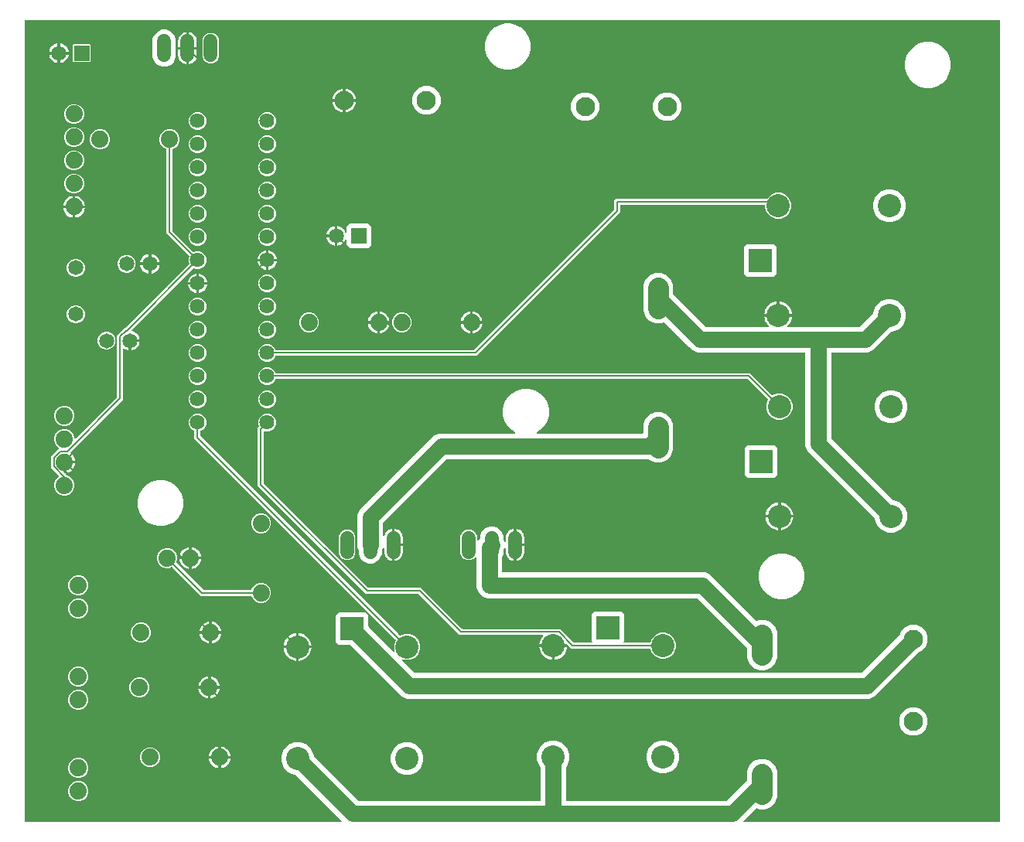
<source format=gbr>
G04 EAGLE Gerber RS-274X export*
G75*
%MOMM*%
%FSLAX34Y34*%
%LPD*%
%INBottom Copper*%
%IPPOS*%
%AMOC8*
5,1,8,0,0,1.08239X$1,22.5*%
G01*
%ADD10C,1.879600*%
%ADD11R,1.651000X1.651000*%
%ADD12C,1.651000*%
%ADD13C,2.247900*%
%ADD14C,1.524000*%
%ADD15R,2.540000X2.540000*%
%ADD16C,2.540000*%
%ADD17C,2.100000*%
%ADD18C,1.625600*%
%ADD19C,0.152400*%
%ADD20C,1.800000*%

G36*
X337847Y10934D02*
X337847Y10934D01*
X337919Y10936D01*
X337968Y10954D01*
X338019Y10962D01*
X338082Y10996D01*
X338150Y11021D01*
X338190Y11053D01*
X338236Y11078D01*
X338286Y11130D01*
X338342Y11174D01*
X338370Y11218D01*
X338406Y11256D01*
X338436Y11321D01*
X338475Y11381D01*
X338487Y11432D01*
X338509Y11479D01*
X338517Y11550D01*
X338535Y11620D01*
X338531Y11672D01*
X338537Y11723D01*
X338521Y11794D01*
X338516Y11865D01*
X338495Y11913D01*
X338484Y11964D01*
X338447Y12025D01*
X338419Y12091D01*
X338375Y12147D01*
X338358Y12175D01*
X338340Y12190D01*
X338315Y12222D01*
X287941Y62596D01*
X287867Y62649D01*
X287797Y62709D01*
X287767Y62721D01*
X287741Y62740D01*
X287654Y62767D01*
X287569Y62801D01*
X287528Y62805D01*
X287506Y62812D01*
X287474Y62811D01*
X287402Y62819D01*
X286313Y62819D01*
X279778Y65526D01*
X274776Y70528D01*
X272069Y77063D01*
X272069Y84137D01*
X274776Y90672D01*
X279778Y95674D01*
X286313Y98381D01*
X293387Y98381D01*
X299922Y95674D01*
X304924Y90672D01*
X307631Y84137D01*
X307631Y83048D01*
X307645Y82958D01*
X307653Y82867D01*
X307665Y82837D01*
X307670Y82805D01*
X307713Y82724D01*
X307749Y82640D01*
X307775Y82608D01*
X307786Y82588D01*
X307809Y82565D01*
X307854Y82509D01*
X356059Y34304D01*
X356133Y34251D01*
X356203Y34191D01*
X356233Y34179D01*
X356259Y34160D01*
X356346Y34133D01*
X356431Y34099D01*
X356472Y34095D01*
X356494Y34088D01*
X356526Y34089D01*
X356598Y34081D01*
X555158Y34081D01*
X555178Y34084D01*
X555197Y34082D01*
X555299Y34104D01*
X555401Y34120D01*
X555418Y34130D01*
X555438Y34134D01*
X555527Y34187D01*
X555618Y34236D01*
X555632Y34250D01*
X555649Y34260D01*
X555716Y34339D01*
X555788Y34414D01*
X555796Y34432D01*
X555809Y34447D01*
X555848Y34543D01*
X555891Y34637D01*
X555893Y34657D01*
X555901Y34675D01*
X555919Y34842D01*
X555919Y70370D01*
X555905Y70460D01*
X555897Y70551D01*
X555885Y70580D01*
X555880Y70612D01*
X555837Y70693D01*
X555801Y70777D01*
X555775Y70809D01*
X555764Y70830D01*
X555741Y70852D01*
X555696Y70908D01*
X554776Y71828D01*
X552069Y78363D01*
X552069Y85437D01*
X554776Y91972D01*
X559778Y96974D01*
X566313Y99681D01*
X573387Y99681D01*
X579922Y96974D01*
X584924Y91972D01*
X587631Y85437D01*
X587631Y78363D01*
X584924Y71828D01*
X584304Y71208D01*
X584251Y71134D01*
X584191Y71065D01*
X584179Y71034D01*
X584160Y71008D01*
X584133Y70921D01*
X584099Y70836D01*
X584095Y70795D01*
X584088Y70773D01*
X584089Y70741D01*
X584081Y70670D01*
X584081Y34842D01*
X584084Y34822D01*
X584082Y34803D01*
X584104Y34701D01*
X584120Y34599D01*
X584130Y34582D01*
X584134Y34562D01*
X584187Y34473D01*
X584236Y34382D01*
X584250Y34368D01*
X584260Y34351D01*
X584339Y34284D01*
X584414Y34212D01*
X584432Y34204D01*
X584447Y34191D01*
X584543Y34152D01*
X584637Y34109D01*
X584657Y34107D01*
X584675Y34099D01*
X584842Y34081D01*
X759952Y34081D01*
X760042Y34095D01*
X760133Y34103D01*
X760163Y34115D01*
X760195Y34120D01*
X760276Y34163D01*
X760360Y34199D01*
X760392Y34225D01*
X760412Y34236D01*
X760435Y34259D01*
X760491Y34304D01*
X781957Y55770D01*
X782010Y55844D01*
X782069Y55913D01*
X782082Y55944D01*
X782100Y55970D01*
X782127Y56057D01*
X782161Y56142D01*
X782166Y56182D01*
X782173Y56205D01*
X782172Y56237D01*
X782180Y56308D01*
X782180Y66886D01*
X784664Y72884D01*
X789255Y77475D01*
X795254Y79960D01*
X801746Y79960D01*
X807745Y77475D01*
X812336Y72884D01*
X814820Y66886D01*
X814820Y37914D01*
X812336Y31916D01*
X807745Y27325D01*
X801746Y24840D01*
X795254Y24840D01*
X792612Y25934D01*
X792499Y25961D01*
X792385Y25990D01*
X792379Y25989D01*
X792373Y25991D01*
X792256Y25980D01*
X792140Y25971D01*
X792134Y25968D01*
X792128Y25968D01*
X792020Y25920D01*
X791914Y25874D01*
X791908Y25870D01*
X791903Y25868D01*
X791889Y25855D01*
X791783Y25769D01*
X778235Y12222D01*
X778194Y12164D01*
X778144Y12112D01*
X778122Y12065D01*
X778092Y12023D01*
X778071Y11954D01*
X778041Y11889D01*
X778035Y11837D01*
X778020Y11787D01*
X778021Y11716D01*
X778013Y11645D01*
X778025Y11594D01*
X778026Y11542D01*
X778051Y11474D01*
X778066Y11404D01*
X778092Y11360D01*
X778110Y11311D01*
X778155Y11255D01*
X778192Y11193D01*
X778231Y11159D01*
X778264Y11119D01*
X778324Y11080D01*
X778379Y11033D01*
X778427Y11014D01*
X778471Y10986D01*
X778540Y10968D01*
X778607Y10941D01*
X778678Y10933D01*
X778709Y10925D01*
X778733Y10927D01*
X778774Y10923D01*
X1058316Y10923D01*
X1058336Y10926D01*
X1058355Y10924D01*
X1058457Y10946D01*
X1058559Y10962D01*
X1058576Y10972D01*
X1058596Y10976D01*
X1058685Y11029D01*
X1058776Y11078D01*
X1058790Y11092D01*
X1058807Y11102D01*
X1058874Y11181D01*
X1058946Y11256D01*
X1058954Y11274D01*
X1058967Y11289D01*
X1059006Y11385D01*
X1059049Y11479D01*
X1059051Y11499D01*
X1059059Y11517D01*
X1059077Y11684D01*
X1059077Y888316D01*
X1059074Y888336D01*
X1059076Y888355D01*
X1059054Y888457D01*
X1059038Y888559D01*
X1059028Y888576D01*
X1059024Y888596D01*
X1058971Y888685D01*
X1058922Y888776D01*
X1058908Y888790D01*
X1058898Y888807D01*
X1058819Y888874D01*
X1058744Y888946D01*
X1058726Y888954D01*
X1058711Y888967D01*
X1058615Y889006D01*
X1058521Y889049D01*
X1058501Y889051D01*
X1058483Y889059D01*
X1058316Y889077D01*
X-8316Y889077D01*
X-8336Y889074D01*
X-8355Y889076D01*
X-8457Y889054D01*
X-8559Y889038D01*
X-8576Y889028D01*
X-8596Y889024D01*
X-8685Y888971D01*
X-8776Y888922D01*
X-8790Y888908D01*
X-8807Y888898D01*
X-8874Y888819D01*
X-8946Y888744D01*
X-8954Y888726D01*
X-8967Y888711D01*
X-9006Y888615D01*
X-9049Y888521D01*
X-9051Y888501D01*
X-9059Y888483D01*
X-9077Y888316D01*
X-9077Y11684D01*
X-9074Y11664D01*
X-9076Y11645D01*
X-9054Y11543D01*
X-9038Y11441D01*
X-9028Y11424D01*
X-9024Y11404D01*
X-8971Y11315D01*
X-8922Y11224D01*
X-8908Y11210D01*
X-8898Y11193D01*
X-8819Y11126D01*
X-8744Y11054D01*
X-8726Y11046D01*
X-8711Y11033D01*
X-8615Y10994D01*
X-8521Y10951D01*
X-8501Y10949D01*
X-8483Y10941D01*
X-8316Y10923D01*
X337776Y10923D01*
X337847Y10934D01*
G37*
%LPC*%
G36*
X409649Y145919D02*
X409649Y145919D01*
X404474Y148063D01*
X347941Y204596D01*
X347867Y204649D01*
X347797Y204709D01*
X347767Y204721D01*
X347741Y204740D01*
X347654Y204767D01*
X347569Y204801D01*
X347528Y204805D01*
X347506Y204812D01*
X347474Y204811D01*
X347402Y204819D01*
X335045Y204819D01*
X332069Y207795D01*
X332069Y237405D01*
X335045Y240381D01*
X364655Y240381D01*
X367631Y237405D01*
X367631Y225048D01*
X367645Y224958D01*
X367653Y224867D01*
X367665Y224837D01*
X367670Y224805D01*
X367713Y224724D01*
X367749Y224640D01*
X367775Y224608D01*
X367786Y224588D01*
X367809Y224565D01*
X367854Y224509D01*
X395064Y197300D01*
X395143Y197243D01*
X395218Y197181D01*
X395242Y197171D01*
X395263Y197156D01*
X395356Y197127D01*
X395447Y197093D01*
X395473Y197091D01*
X395498Y197084D01*
X395596Y197086D01*
X395693Y197082D01*
X395718Y197089D01*
X395744Y197090D01*
X395836Y197124D01*
X395929Y197151D01*
X395951Y197166D01*
X395975Y197175D01*
X396051Y197235D01*
X396131Y197291D01*
X396147Y197312D01*
X396167Y197328D01*
X396220Y197410D01*
X396278Y197488D01*
X396286Y197513D01*
X396300Y197535D01*
X396324Y197630D01*
X396354Y197722D01*
X396354Y197748D01*
X396360Y197774D01*
X396353Y197871D01*
X396352Y197968D01*
X396343Y198000D01*
X396341Y198019D01*
X396328Y198049D01*
X396305Y198129D01*
X395625Y199771D01*
X395625Y205429D01*
X397400Y209714D01*
X397427Y209828D01*
X397455Y209942D01*
X397455Y209948D01*
X397456Y209954D01*
X397445Y210071D01*
X397436Y210187D01*
X397434Y210193D01*
X397433Y210199D01*
X397385Y210306D01*
X397340Y210413D01*
X397335Y210419D01*
X397333Y210424D01*
X397321Y210437D01*
X397235Y210544D01*
X177097Y430682D01*
X177097Y438711D01*
X177078Y438826D01*
X177061Y438942D01*
X177059Y438948D01*
X177058Y438954D01*
X177003Y439057D01*
X176950Y439162D01*
X176945Y439166D01*
X176942Y439171D01*
X176858Y439251D01*
X176774Y439334D01*
X176768Y439337D01*
X176764Y439341D01*
X176747Y439349D01*
X176627Y439415D01*
X174932Y440117D01*
X172217Y442832D01*
X170747Y446380D01*
X170747Y450220D01*
X172217Y453768D01*
X174932Y456483D01*
X178480Y457953D01*
X182320Y457953D01*
X185868Y456483D01*
X188583Y453768D01*
X190053Y450220D01*
X190053Y446380D01*
X188583Y442832D01*
X185868Y440117D01*
X184173Y439415D01*
X184073Y439353D01*
X183973Y439293D01*
X183969Y439288D01*
X183964Y439285D01*
X183889Y439195D01*
X183813Y439106D01*
X183811Y439100D01*
X183807Y439096D01*
X183765Y438987D01*
X183721Y438878D01*
X183720Y438871D01*
X183719Y438866D01*
X183718Y438848D01*
X183703Y438711D01*
X183703Y433733D01*
X183717Y433643D01*
X183725Y433552D01*
X183737Y433523D01*
X183742Y433491D01*
X183785Y433410D01*
X183821Y433326D01*
X183847Y433294D01*
X183858Y433273D01*
X183881Y433251D01*
X183926Y433195D01*
X401906Y215215D01*
X402000Y215147D01*
X402095Y215077D01*
X402101Y215075D01*
X402106Y215071D01*
X402216Y215037D01*
X402328Y215001D01*
X402335Y215001D01*
X402341Y214999D01*
X402458Y215002D01*
X402574Y215003D01*
X402582Y215005D01*
X402587Y215005D01*
X402604Y215012D01*
X402736Y215050D01*
X407021Y216825D01*
X412679Y216825D01*
X417908Y214659D01*
X421909Y210658D01*
X424075Y205429D01*
X424075Y199771D01*
X421909Y194542D01*
X417908Y190541D01*
X412679Y188375D01*
X407021Y188375D01*
X405379Y189055D01*
X405284Y189077D01*
X405191Y189106D01*
X405165Y189105D01*
X405140Y189111D01*
X405043Y189102D01*
X404945Y189100D01*
X404921Y189091D01*
X404895Y189088D01*
X404806Y189049D01*
X404714Y189015D01*
X404694Y188999D01*
X404670Y188988D01*
X404598Y188922D01*
X404522Y188861D01*
X404508Y188839D01*
X404489Y188822D01*
X404442Y188736D01*
X404389Y188655D01*
X404383Y188629D01*
X404370Y188606D01*
X404353Y188510D01*
X404329Y188416D01*
X404331Y188390D01*
X404327Y188364D01*
X404341Y188268D01*
X404349Y188171D01*
X404359Y188147D01*
X404363Y188121D01*
X404407Y188034D01*
X404445Y187944D01*
X404465Y187919D01*
X404474Y187902D01*
X404498Y187878D01*
X404550Y187814D01*
X418059Y174304D01*
X418133Y174251D01*
X418203Y174191D01*
X418233Y174179D01*
X418259Y174160D01*
X418346Y174133D01*
X418431Y174099D01*
X418472Y174095D01*
X418494Y174088D01*
X418526Y174089D01*
X418598Y174081D01*
X906852Y174081D01*
X906942Y174095D01*
X907033Y174103D01*
X907063Y174115D01*
X907095Y174120D01*
X907176Y174163D01*
X907260Y174199D01*
X907292Y174225D01*
X907312Y174236D01*
X907335Y174259D01*
X907391Y174304D01*
X949284Y216197D01*
X949322Y216251D01*
X949368Y216297D01*
X949409Y216370D01*
X949428Y216397D01*
X949433Y216416D01*
X949449Y216444D01*
X950891Y219926D01*
X955274Y224309D01*
X961001Y226681D01*
X967199Y226681D01*
X972926Y224309D01*
X977309Y219926D01*
X979681Y214199D01*
X979681Y208001D01*
X977309Y202274D01*
X972926Y197891D01*
X969444Y196449D01*
X969389Y196415D01*
X969328Y196389D01*
X969263Y196337D01*
X969235Y196320D01*
X969223Y196305D01*
X969197Y196284D01*
X925044Y152131D01*
X920976Y148063D01*
X915801Y145919D01*
X409649Y145919D01*
G37*
%LPD*%
%LPC*%
G36*
X935863Y327969D02*
X935863Y327969D01*
X929328Y330676D01*
X924326Y335678D01*
X921619Y342213D01*
X921619Y343302D01*
X921605Y343392D01*
X921597Y343483D01*
X921585Y343513D01*
X921580Y343545D01*
X921537Y343626D01*
X921501Y343710D01*
X921475Y343742D01*
X921464Y343762D01*
X921441Y343785D01*
X921396Y343841D01*
X848063Y417174D01*
X845919Y422349D01*
X845919Y524128D01*
X845916Y524148D01*
X845918Y524167D01*
X845896Y524269D01*
X845880Y524371D01*
X845870Y524388D01*
X845866Y524408D01*
X845813Y524497D01*
X845764Y524588D01*
X845750Y524602D01*
X845740Y524619D01*
X845661Y524686D01*
X845586Y524758D01*
X845568Y524766D01*
X845553Y524779D01*
X845457Y524818D01*
X845363Y524861D01*
X845343Y524863D01*
X845325Y524871D01*
X845158Y524889D01*
X727629Y524889D01*
X722454Y527033D01*
X718386Y531101D01*
X691417Y558069D01*
X691323Y558137D01*
X691308Y558148D01*
X691305Y558151D01*
X691304Y558151D01*
X691229Y558207D01*
X691223Y558209D01*
X691218Y558213D01*
X691107Y558247D01*
X690995Y558284D01*
X690989Y558283D01*
X690983Y558285D01*
X690866Y558282D01*
X690749Y558281D01*
X690742Y558279D01*
X690737Y558279D01*
X690719Y558273D01*
X690588Y558234D01*
X687946Y557140D01*
X681454Y557140D01*
X675455Y559625D01*
X670864Y564216D01*
X668380Y570214D01*
X668380Y599186D01*
X670864Y605184D01*
X675455Y609775D01*
X681454Y612260D01*
X687946Y612260D01*
X693945Y609775D01*
X698536Y605184D01*
X701020Y599186D01*
X701020Y588608D01*
X701035Y588518D01*
X701042Y588427D01*
X701055Y588397D01*
X701060Y588366D01*
X701103Y588285D01*
X701138Y588201D01*
X701164Y588169D01*
X701175Y588148D01*
X701198Y588126D01*
X701243Y588070D01*
X736039Y553274D01*
X736113Y553221D01*
X736183Y553161D01*
X736213Y553149D01*
X736239Y553130D01*
X736326Y553103D01*
X736411Y553069D01*
X736452Y553065D01*
X736474Y553058D01*
X736506Y553059D01*
X736578Y553051D01*
X805408Y553051D01*
X805479Y553062D01*
X805550Y553064D01*
X805599Y553082D01*
X805651Y553090D01*
X805714Y553124D01*
X805781Y553149D01*
X805822Y553181D01*
X805868Y553206D01*
X805917Y553258D01*
X805973Y553302D01*
X806001Y553346D01*
X806037Y553384D01*
X806067Y553449D01*
X806106Y553509D01*
X806119Y553560D01*
X806141Y553607D01*
X806149Y553678D01*
X806166Y553748D01*
X806162Y553800D01*
X806168Y553851D01*
X806153Y553922D01*
X806147Y553993D01*
X806127Y554041D01*
X806116Y554092D01*
X806079Y554153D01*
X806051Y554219D01*
X806006Y554275D01*
X805990Y554303D01*
X805972Y554318D01*
X805946Y554350D01*
X804475Y555821D01*
X803065Y557762D01*
X801976Y559900D01*
X801235Y562181D01*
X800911Y564227D01*
X815338Y564227D01*
X815358Y564230D01*
X815377Y564228D01*
X815479Y564250D01*
X815581Y564267D01*
X815598Y564276D01*
X815618Y564280D01*
X815707Y564333D01*
X815798Y564382D01*
X815812Y564396D01*
X815829Y564406D01*
X815896Y564485D01*
X815967Y564560D01*
X815976Y564578D01*
X815989Y564593D01*
X816027Y564689D01*
X816071Y564783D01*
X816073Y564803D01*
X816081Y564821D01*
X816099Y564988D01*
X816099Y565751D01*
X816101Y565751D01*
X816101Y564988D01*
X816104Y564968D01*
X816102Y564949D01*
X816124Y564847D01*
X816141Y564745D01*
X816150Y564728D01*
X816154Y564708D01*
X816207Y564619D01*
X816256Y564528D01*
X816270Y564514D01*
X816280Y564497D01*
X816359Y564430D01*
X816434Y564359D01*
X816452Y564350D01*
X816467Y564337D01*
X816563Y564298D01*
X816657Y564255D01*
X816677Y564253D01*
X816695Y564245D01*
X816862Y564227D01*
X831289Y564227D01*
X830965Y562181D01*
X830224Y559900D01*
X829135Y557762D01*
X827725Y555821D01*
X826254Y554350D01*
X826212Y554292D01*
X826163Y554240D01*
X826141Y554193D01*
X826110Y554151D01*
X826089Y554082D01*
X826059Y554017D01*
X826053Y553965D01*
X826038Y553915D01*
X826040Y553844D01*
X826032Y553773D01*
X826043Y553722D01*
X826044Y553670D01*
X826069Y553602D01*
X826084Y553532D01*
X826111Y553487D01*
X826129Y553439D01*
X826174Y553383D01*
X826210Y553321D01*
X826250Y553287D01*
X826283Y553247D01*
X826343Y553208D01*
X826397Y553161D01*
X826446Y553142D01*
X826489Y553114D01*
X826559Y553096D01*
X826625Y553069D01*
X826697Y553061D01*
X826728Y553053D01*
X826751Y553055D01*
X826792Y553051D01*
X905172Y553051D01*
X905262Y553065D01*
X905353Y553073D01*
X905383Y553085D01*
X905415Y553090D01*
X905496Y553133D01*
X905580Y553169D01*
X905612Y553195D01*
X905632Y553206D01*
X905655Y553229D01*
X905711Y553274D01*
X920096Y567659D01*
X920144Y567726D01*
X920147Y567730D01*
X920149Y567733D01*
X920209Y567803D01*
X920221Y567833D01*
X920240Y567859D01*
X920267Y567946D01*
X920301Y568031D01*
X920305Y568072D01*
X920312Y568094D01*
X920311Y568126D01*
X920319Y568198D01*
X920319Y569287D01*
X923026Y575822D01*
X928028Y580824D01*
X934563Y583531D01*
X941637Y583531D01*
X948172Y580824D01*
X953174Y575822D01*
X955881Y569287D01*
X955881Y562213D01*
X953174Y555678D01*
X948172Y550676D01*
X941637Y547969D01*
X940548Y547969D01*
X940458Y547955D01*
X940367Y547947D01*
X940337Y547935D01*
X940305Y547930D01*
X940224Y547887D01*
X940140Y547851D01*
X940108Y547825D01*
X940088Y547814D01*
X940065Y547791D01*
X940009Y547746D01*
X919296Y527033D01*
X914121Y524889D01*
X874842Y524889D01*
X874822Y524886D01*
X874803Y524888D01*
X874701Y524866D01*
X874599Y524850D01*
X874582Y524840D01*
X874562Y524836D01*
X874473Y524783D01*
X874382Y524734D01*
X874368Y524720D01*
X874351Y524710D01*
X874284Y524631D01*
X874212Y524556D01*
X874204Y524538D01*
X874191Y524523D01*
X874152Y524427D01*
X874109Y524333D01*
X874107Y524313D01*
X874099Y524295D01*
X874081Y524128D01*
X874081Y431298D01*
X874095Y431208D01*
X874103Y431117D01*
X874115Y431087D01*
X874120Y431055D01*
X874163Y430974D01*
X874199Y430890D01*
X874225Y430858D01*
X874236Y430838D01*
X874259Y430815D01*
X874304Y430759D01*
X941309Y363754D01*
X941383Y363701D01*
X941453Y363641D01*
X941483Y363629D01*
X941509Y363610D01*
X941596Y363583D01*
X941681Y363549D01*
X941722Y363545D01*
X941744Y363538D01*
X941776Y363539D01*
X941848Y363531D01*
X942937Y363531D01*
X949472Y360824D01*
X954474Y355822D01*
X957181Y349287D01*
X957181Y342213D01*
X954474Y335678D01*
X949472Y330676D01*
X942937Y327969D01*
X935863Y327969D01*
G37*
%LPD*%
%LPC*%
G36*
X366974Y294079D02*
X366974Y294079D01*
X362306Y296013D01*
X358733Y299586D01*
X356799Y304254D01*
X356799Y308116D01*
X356789Y308181D01*
X356788Y308246D01*
X356765Y308326D01*
X356760Y308359D01*
X356750Y308376D01*
X356741Y308407D01*
X355419Y311599D01*
X355419Y347201D01*
X357563Y352376D01*
X439424Y434237D01*
X444599Y436381D01*
X527747Y436381D01*
X527795Y436388D01*
X527843Y436387D01*
X527915Y436408D01*
X527990Y436420D01*
X528032Y436443D01*
X528078Y436457D01*
X528141Y436500D01*
X528207Y436536D01*
X528240Y436570D01*
X528280Y436598D01*
X528325Y436659D01*
X528377Y436714D01*
X528397Y436757D01*
X528425Y436796D01*
X528449Y436868D01*
X528480Y436937D01*
X528486Y436985D01*
X528500Y437030D01*
X528499Y437106D01*
X528508Y437181D01*
X528497Y437228D01*
X528497Y437276D01*
X528471Y437348D01*
X528455Y437422D01*
X528431Y437463D01*
X528415Y437508D01*
X528368Y437568D01*
X528329Y437633D01*
X528293Y437664D01*
X528263Y437702D01*
X528159Y437778D01*
X528142Y437793D01*
X528136Y437795D01*
X528128Y437801D01*
X524551Y439866D01*
X519866Y444551D01*
X516554Y450288D01*
X514839Y456688D01*
X514839Y463312D01*
X516554Y469712D01*
X519866Y475449D01*
X524551Y480134D01*
X530288Y483446D01*
X536688Y485161D01*
X543312Y485161D01*
X549712Y483446D01*
X555449Y480134D01*
X560134Y475449D01*
X563446Y469712D01*
X565161Y463312D01*
X565161Y456688D01*
X563446Y450288D01*
X560134Y444551D01*
X555449Y439866D01*
X551872Y437801D01*
X551835Y437771D01*
X551793Y437748D01*
X551740Y437693D01*
X551682Y437645D01*
X551656Y437605D01*
X551623Y437570D01*
X551591Y437501D01*
X551551Y437437D01*
X551540Y437390D01*
X551520Y437347D01*
X551511Y437272D01*
X551494Y437198D01*
X551498Y437150D01*
X551492Y437103D01*
X551509Y437028D01*
X551515Y436953D01*
X551535Y436909D01*
X551545Y436862D01*
X551584Y436797D01*
X551614Y436728D01*
X551646Y436692D01*
X551671Y436651D01*
X551728Y436602D01*
X551779Y436546D01*
X551821Y436522D01*
X551858Y436491D01*
X551928Y436463D01*
X551994Y436426D01*
X552041Y436417D01*
X552086Y436399D01*
X552214Y436385D01*
X552236Y436381D01*
X552243Y436382D01*
X552253Y436381D01*
X667619Y436381D01*
X667638Y436384D01*
X667658Y436382D01*
X667759Y436404D01*
X667861Y436420D01*
X667879Y436430D01*
X667898Y436434D01*
X667987Y436487D01*
X668079Y436536D01*
X668092Y436550D01*
X668109Y436560D01*
X668177Y436639D01*
X668248Y436714D01*
X668256Y436732D01*
X668269Y436747D01*
X668308Y436843D01*
X668352Y436937D01*
X668354Y436957D01*
X668361Y436975D01*
X668380Y437142D01*
X668380Y446786D01*
X670864Y452784D01*
X675455Y457375D01*
X681454Y459860D01*
X687946Y459860D01*
X693945Y457375D01*
X698536Y452784D01*
X701020Y446786D01*
X701020Y417814D01*
X698536Y411816D01*
X693945Y407225D01*
X687946Y404740D01*
X681454Y404740D01*
X675455Y407225D01*
X674684Y407996D01*
X674610Y408049D01*
X674541Y408109D01*
X674510Y408121D01*
X674484Y408140D01*
X674397Y408167D01*
X674312Y408201D01*
X674271Y408205D01*
X674249Y408212D01*
X674217Y408211D01*
X674146Y408219D01*
X453548Y408219D01*
X453458Y408205D01*
X453367Y408197D01*
X453337Y408185D01*
X453305Y408180D01*
X453224Y408137D01*
X453140Y408101D01*
X453108Y408075D01*
X453088Y408064D01*
X453065Y408041D01*
X453009Y407996D01*
X383804Y338791D01*
X383761Y338731D01*
X383720Y338688D01*
X383713Y338673D01*
X383691Y338647D01*
X383679Y338617D01*
X383660Y338591D01*
X383633Y338504D01*
X383624Y338481D01*
X383617Y338465D01*
X383616Y338462D01*
X383599Y338419D01*
X383595Y338378D01*
X383588Y338356D01*
X383589Y338324D01*
X383581Y338252D01*
X383581Y324870D01*
X383581Y324866D01*
X383581Y324862D01*
X383601Y324744D01*
X383620Y324627D01*
X383622Y324624D01*
X383623Y324620D01*
X383680Y324515D01*
X383736Y324410D01*
X383738Y324407D01*
X383740Y324404D01*
X383828Y324323D01*
X383914Y324240D01*
X383918Y324239D01*
X383920Y324236D01*
X384029Y324187D01*
X384137Y324137D01*
X384141Y324136D01*
X384145Y324135D01*
X384264Y324123D01*
X384381Y324110D01*
X384385Y324111D01*
X384389Y324110D01*
X384505Y324137D01*
X384622Y324162D01*
X384625Y324164D01*
X384629Y324165D01*
X384730Y324227D01*
X384833Y324288D01*
X384835Y324291D01*
X384839Y324293D01*
X384916Y324385D01*
X384993Y324475D01*
X384994Y324479D01*
X384997Y324482D01*
X385066Y324635D01*
X385484Y325920D01*
X386210Y327345D01*
X387150Y328639D01*
X388281Y329770D01*
X389575Y330710D01*
X391000Y331436D01*
X392521Y331931D01*
X393377Y332066D01*
X393377Y315162D01*
X393380Y315142D01*
X393378Y315123D01*
X393400Y315021D01*
X393417Y314919D01*
X393426Y314902D01*
X393430Y314882D01*
X393483Y314793D01*
X393532Y314702D01*
X393546Y314688D01*
X393556Y314671D01*
X393635Y314604D01*
X393710Y314533D01*
X393728Y314524D01*
X393743Y314511D01*
X393839Y314473D01*
X393933Y314429D01*
X393953Y314427D01*
X393971Y314419D01*
X394138Y314401D01*
X394901Y314401D01*
X394901Y314399D01*
X394138Y314399D01*
X394118Y314396D01*
X394099Y314398D01*
X393997Y314376D01*
X393895Y314359D01*
X393878Y314350D01*
X393858Y314346D01*
X393769Y314293D01*
X393678Y314244D01*
X393664Y314230D01*
X393647Y314220D01*
X393580Y314141D01*
X393509Y314066D01*
X393500Y314048D01*
X393487Y314033D01*
X393448Y313937D01*
X393405Y313843D01*
X393403Y313823D01*
X393395Y313805D01*
X393377Y313638D01*
X393377Y296734D01*
X392521Y296869D01*
X391000Y297364D01*
X389575Y298090D01*
X388281Y299030D01*
X387150Y300161D01*
X386210Y301455D01*
X385484Y302880D01*
X384989Y304401D01*
X384739Y305980D01*
X384739Y310569D01*
X384724Y310665D01*
X384714Y310762D01*
X384704Y310786D01*
X384700Y310812D01*
X384654Y310898D01*
X384614Y310987D01*
X384597Y311006D01*
X384584Y311029D01*
X384514Y311096D01*
X384448Y311168D01*
X384425Y311181D01*
X384406Y311199D01*
X384318Y311240D01*
X384232Y311287D01*
X384207Y311291D01*
X384183Y311302D01*
X384086Y311313D01*
X383990Y311330D01*
X383964Y311326D01*
X383939Y311329D01*
X383843Y311309D01*
X383747Y311294D01*
X383724Y311283D01*
X383698Y311277D01*
X383615Y311227D01*
X383528Y311183D01*
X383509Y311164D01*
X383487Y311151D01*
X383424Y311077D01*
X383356Y311007D01*
X383340Y310979D01*
X383327Y310964D01*
X383315Y310933D01*
X383275Y310860D01*
X382259Y308407D01*
X382244Y308344D01*
X382219Y308283D01*
X382210Y308200D01*
X382203Y308168D01*
X382204Y308149D01*
X382201Y308116D01*
X382201Y304254D01*
X380267Y299586D01*
X376694Y296013D01*
X372026Y294079D01*
X366974Y294079D01*
G37*
%LPD*%
%LPC*%
G36*
X795254Y177240D02*
X795254Y177240D01*
X789255Y179725D01*
X784664Y184316D01*
X782180Y190314D01*
X782180Y200892D01*
X782165Y200982D01*
X782158Y201073D01*
X782145Y201103D01*
X782140Y201135D01*
X782097Y201215D01*
X782062Y201299D01*
X782036Y201331D01*
X782025Y201352D01*
X782002Y201374D01*
X781957Y201430D01*
X727691Y255696D01*
X727617Y255749D01*
X727547Y255809D01*
X727517Y255821D01*
X727491Y255840D01*
X727404Y255867D01*
X727319Y255901D01*
X727278Y255905D01*
X727256Y255912D01*
X727224Y255911D01*
X727152Y255919D01*
X497199Y255919D01*
X492024Y258063D01*
X488063Y262024D01*
X485919Y267199D01*
X485919Y300829D01*
X485908Y300900D01*
X485906Y300971D01*
X485888Y301020D01*
X485880Y301072D01*
X485846Y301135D01*
X485821Y301202D01*
X485789Y301243D01*
X485764Y301289D01*
X485712Y301338D01*
X485668Y301394D01*
X485624Y301423D01*
X485586Y301458D01*
X485521Y301489D01*
X485461Y301527D01*
X485410Y301540D01*
X485363Y301562D01*
X485292Y301570D01*
X485222Y301587D01*
X485170Y301583D01*
X485119Y301589D01*
X485048Y301574D01*
X484977Y301568D01*
X484929Y301548D01*
X484878Y301537D01*
X484817Y301500D01*
X484751Y301472D01*
X484695Y301427D01*
X484667Y301411D01*
X484652Y301393D01*
X484620Y301367D01*
X482280Y299027D01*
X478919Y297635D01*
X475281Y297635D01*
X471920Y299027D01*
X469347Y301600D01*
X467955Y304961D01*
X467955Y323839D01*
X469347Y327200D01*
X471920Y329773D01*
X475281Y331165D01*
X478919Y331165D01*
X482280Y329773D01*
X484853Y327200D01*
X486245Y323839D01*
X486245Y319314D01*
X486260Y319218D01*
X486270Y319121D01*
X486280Y319097D01*
X486284Y319071D01*
X486330Y318985D01*
X486370Y318896D01*
X486387Y318876D01*
X486400Y318853D01*
X486470Y318786D01*
X486536Y318715D01*
X486559Y318702D01*
X486578Y318684D01*
X486666Y318643D01*
X486752Y318596D01*
X486777Y318591D01*
X486801Y318580D01*
X486898Y318570D01*
X486994Y318552D01*
X487020Y318556D01*
X487045Y318553D01*
X487140Y318574D01*
X487237Y318588D01*
X487260Y318600D01*
X487286Y318606D01*
X487370Y318656D01*
X487456Y318700D01*
X487474Y318718D01*
X487497Y318732D01*
X487560Y318806D01*
X487628Y318875D01*
X487644Y318904D01*
X487657Y318919D01*
X487669Y318949D01*
X487709Y319022D01*
X488063Y319876D01*
X489576Y321389D01*
X489629Y321463D01*
X489689Y321533D01*
X489701Y321563D01*
X489720Y321589D01*
X489747Y321676D01*
X489781Y321761D01*
X489785Y321802D01*
X489792Y321824D01*
X489791Y321856D01*
X489799Y321928D01*
X489799Y324546D01*
X491733Y329214D01*
X495306Y332787D01*
X499974Y334721D01*
X505026Y334721D01*
X509694Y332787D01*
X513267Y329214D01*
X515201Y324546D01*
X515201Y320684D01*
X515211Y320619D01*
X515212Y320554D01*
X515235Y320474D01*
X515240Y320441D01*
X515250Y320424D01*
X515259Y320393D01*
X516275Y317940D01*
X516326Y317857D01*
X516372Y317771D01*
X516390Y317753D01*
X516404Y317731D01*
X516480Y317668D01*
X516550Y317601D01*
X516574Y317590D01*
X516594Y317574D01*
X516685Y317539D01*
X516773Y317498D01*
X516799Y317495D01*
X516823Y317486D01*
X516921Y317481D01*
X517017Y317471D01*
X517043Y317476D01*
X517069Y317475D01*
X517163Y317502D01*
X517258Y317523D01*
X517280Y317536D01*
X517305Y317544D01*
X517385Y317599D01*
X517469Y317649D01*
X517486Y317669D01*
X517507Y317684D01*
X517566Y317762D01*
X517629Y317836D01*
X517639Y317860D01*
X517654Y317881D01*
X517684Y317974D01*
X517721Y318064D01*
X517724Y318097D01*
X517730Y318115D01*
X517730Y318148D01*
X517739Y318231D01*
X517739Y322820D01*
X517989Y324399D01*
X518484Y325920D01*
X519210Y327345D01*
X520150Y328639D01*
X521281Y329770D01*
X522575Y330710D01*
X524000Y331436D01*
X525521Y331931D01*
X526377Y332066D01*
X526377Y315162D01*
X526380Y315142D01*
X526378Y315123D01*
X526400Y315021D01*
X526417Y314919D01*
X526426Y314902D01*
X526430Y314882D01*
X526483Y314793D01*
X526532Y314702D01*
X526546Y314688D01*
X526556Y314671D01*
X526635Y314604D01*
X526710Y314533D01*
X526728Y314524D01*
X526743Y314511D01*
X526839Y314473D01*
X526933Y314429D01*
X526953Y314427D01*
X526971Y314419D01*
X527138Y314401D01*
X527901Y314401D01*
X527901Y314399D01*
X527138Y314399D01*
X527118Y314396D01*
X527099Y314398D01*
X526997Y314376D01*
X526895Y314359D01*
X526878Y314350D01*
X526858Y314346D01*
X526769Y314293D01*
X526678Y314244D01*
X526664Y314230D01*
X526647Y314220D01*
X526580Y314141D01*
X526509Y314066D01*
X526500Y314048D01*
X526487Y314033D01*
X526448Y313937D01*
X526405Y313843D01*
X526403Y313823D01*
X526395Y313805D01*
X526377Y313638D01*
X526377Y296734D01*
X525521Y296869D01*
X524000Y297364D01*
X522575Y298090D01*
X521281Y299030D01*
X520150Y300161D01*
X519210Y301455D01*
X518484Y302880D01*
X517989Y304401D01*
X517739Y305980D01*
X517739Y310569D01*
X517724Y310665D01*
X517714Y310762D01*
X517704Y310786D01*
X517700Y310812D01*
X517654Y310898D01*
X517614Y310987D01*
X517597Y311006D01*
X517584Y311029D01*
X517514Y311096D01*
X517448Y311168D01*
X517425Y311181D01*
X517406Y311199D01*
X517318Y311240D01*
X517232Y311287D01*
X517207Y311291D01*
X517183Y311302D01*
X517086Y311313D01*
X516990Y311330D01*
X516964Y311326D01*
X516939Y311329D01*
X516843Y311309D01*
X516747Y311294D01*
X516724Y311283D01*
X516698Y311277D01*
X516615Y311227D01*
X516528Y311183D01*
X516509Y311164D01*
X516487Y311151D01*
X516424Y311077D01*
X516356Y311007D01*
X516340Y310979D01*
X516327Y310964D01*
X516315Y310933D01*
X516275Y310860D01*
X515259Y308407D01*
X515244Y308344D01*
X515219Y308283D01*
X515210Y308200D01*
X515203Y308168D01*
X515204Y308149D01*
X515201Y308116D01*
X515201Y304254D01*
X514139Y301690D01*
X514124Y301626D01*
X514099Y301565D01*
X514090Y301482D01*
X514083Y301450D01*
X514084Y301431D01*
X514081Y301398D01*
X514081Y284842D01*
X514084Y284822D01*
X514082Y284803D01*
X514104Y284701D01*
X514120Y284599D01*
X514130Y284582D01*
X514134Y284562D01*
X514187Y284473D01*
X514236Y284382D01*
X514250Y284368D01*
X514260Y284351D01*
X514339Y284284D01*
X514414Y284212D01*
X514432Y284204D01*
X514447Y284191D01*
X514543Y284152D01*
X514637Y284109D01*
X514657Y284107D01*
X514675Y284099D01*
X514842Y284081D01*
X736101Y284081D01*
X741276Y281937D01*
X745344Y277869D01*
X791783Y231431D01*
X791877Y231363D01*
X791971Y231293D01*
X791977Y231291D01*
X791982Y231287D01*
X792093Y231253D01*
X792205Y231216D01*
X792211Y231217D01*
X792217Y231215D01*
X792334Y231218D01*
X792451Y231219D01*
X792458Y231221D01*
X792463Y231221D01*
X792481Y231227D01*
X792612Y231266D01*
X795254Y232360D01*
X801746Y232360D01*
X807745Y229875D01*
X812336Y225284D01*
X814820Y219286D01*
X814820Y190314D01*
X812336Y184316D01*
X807745Y179725D01*
X801746Y177240D01*
X795254Y177240D01*
G37*
%LPD*%
%LPC*%
G36*
X687021Y189675D02*
X687021Y189675D01*
X681792Y191841D01*
X677791Y195842D01*
X676016Y200127D01*
X675954Y200227D01*
X675894Y200327D01*
X675890Y200331D01*
X675886Y200336D01*
X675796Y200411D01*
X675708Y200487D01*
X675702Y200489D01*
X675697Y200493D01*
X675588Y200535D01*
X675479Y200579D01*
X675472Y200580D01*
X675467Y200581D01*
X675449Y200582D01*
X675313Y200597D01*
X589675Y200597D01*
X585072Y205200D01*
X584998Y205253D01*
X584929Y205313D01*
X584899Y205325D01*
X584873Y205344D01*
X584786Y205371D01*
X584701Y205405D01*
X584660Y205409D01*
X584638Y205416D01*
X584605Y205415D01*
X584534Y205423D01*
X570612Y205423D01*
X570592Y205420D01*
X570573Y205422D01*
X570471Y205400D01*
X570369Y205383D01*
X570352Y205374D01*
X570332Y205370D01*
X570243Y205317D01*
X570152Y205268D01*
X570138Y205254D01*
X570121Y205244D01*
X570054Y205165D01*
X569983Y205090D01*
X569974Y205072D01*
X569961Y205057D01*
X569923Y204961D01*
X569879Y204867D01*
X569877Y204847D01*
X569869Y204829D01*
X569851Y204662D01*
X569851Y203899D01*
X569849Y203899D01*
X569849Y204662D01*
X569846Y204682D01*
X569848Y204701D01*
X569826Y204803D01*
X569809Y204905D01*
X569800Y204922D01*
X569796Y204942D01*
X569743Y205031D01*
X569694Y205122D01*
X569680Y205136D01*
X569670Y205153D01*
X569591Y205220D01*
X569516Y205291D01*
X569498Y205300D01*
X569483Y205313D01*
X569387Y205352D01*
X569293Y205395D01*
X569273Y205397D01*
X569255Y205405D01*
X569088Y205423D01*
X554661Y205423D01*
X554985Y207469D01*
X555726Y209750D01*
X556815Y211888D01*
X558225Y213829D01*
X558680Y214284D01*
X558722Y214342D01*
X558771Y214394D01*
X558793Y214441D01*
X558824Y214483D01*
X558845Y214552D01*
X558875Y214617D01*
X558881Y214669D01*
X558896Y214719D01*
X558894Y214790D01*
X558902Y214861D01*
X558891Y214912D01*
X558890Y214964D01*
X558865Y215032D01*
X558850Y215102D01*
X558823Y215147D01*
X558805Y215195D01*
X558760Y215251D01*
X558724Y215313D01*
X558684Y215347D01*
X558651Y215387D01*
X558591Y215426D01*
X558537Y215473D01*
X558488Y215492D01*
X558445Y215520D01*
X558375Y215538D01*
X558309Y215565D01*
X558237Y215573D01*
X558206Y215581D01*
X558183Y215579D01*
X558142Y215583D01*
X467417Y215583D01*
X465259Y217741D01*
X422690Y260310D01*
X422616Y260363D01*
X422547Y260422D01*
X422517Y260434D01*
X422491Y260453D01*
X422404Y260480D01*
X422319Y260514D01*
X422278Y260519D01*
X422256Y260526D01*
X422223Y260525D01*
X422152Y260533D01*
X364797Y260533D01*
X362639Y262690D01*
X248449Y376880D01*
X246291Y379038D01*
X246291Y442662D01*
X247484Y443855D01*
X247553Y443950D01*
X247622Y444044D01*
X247624Y444050D01*
X247628Y444055D01*
X247662Y444166D01*
X247699Y444278D01*
X247698Y444284D01*
X247700Y444290D01*
X247697Y444407D01*
X247696Y444524D01*
X247694Y444531D01*
X247694Y444536D01*
X247688Y444553D01*
X247649Y444685D01*
X246947Y446380D01*
X246947Y450220D01*
X248417Y453768D01*
X251132Y456483D01*
X254680Y457953D01*
X258520Y457953D01*
X262068Y456483D01*
X264783Y453768D01*
X266253Y450220D01*
X266253Y446380D01*
X264783Y442832D01*
X262068Y440117D01*
X258520Y438647D01*
X254680Y438647D01*
X253949Y438950D01*
X253905Y438960D01*
X253863Y438980D01*
X253786Y438988D01*
X253710Y439006D01*
X253664Y439002D01*
X253619Y439007D01*
X253542Y438990D01*
X253465Y438983D01*
X253423Y438964D01*
X253378Y438955D01*
X253311Y438915D01*
X253240Y438883D01*
X253206Y438852D01*
X253167Y438828D01*
X253116Y438769D01*
X253059Y438717D01*
X253037Y438676D01*
X253007Y438641D01*
X252978Y438569D01*
X252941Y438501D01*
X252932Y438456D01*
X252915Y438413D01*
X252900Y438277D01*
X252897Y438259D01*
X252898Y438254D01*
X252897Y438247D01*
X252897Y382089D01*
X252911Y381999D01*
X252919Y381908D01*
X252931Y381879D01*
X252936Y381847D01*
X252979Y381766D01*
X253015Y381682D01*
X253041Y381650D01*
X253052Y381629D01*
X253075Y381607D01*
X253120Y381551D01*
X367310Y267361D01*
X367384Y267308D01*
X367453Y267249D01*
X367483Y267236D01*
X367509Y267218D01*
X367596Y267191D01*
X367681Y267157D01*
X367722Y267152D01*
X367744Y267145D01*
X367777Y267146D01*
X367848Y267138D01*
X425203Y267138D01*
X427361Y264981D01*
X427361Y264980D01*
X469930Y222412D01*
X470004Y222359D01*
X470073Y222299D01*
X470103Y222287D01*
X470130Y222268D01*
X470217Y222241D01*
X470301Y222207D01*
X470342Y222203D01*
X470365Y222196D01*
X470397Y222197D01*
X470468Y222189D01*
X577425Y222189D01*
X579583Y220031D01*
X592189Y207426D01*
X592262Y207373D01*
X592332Y207313D01*
X592362Y207301D01*
X592388Y207282D01*
X592475Y207255D01*
X592560Y207221D01*
X592601Y207217D01*
X592623Y207210D01*
X592656Y207211D01*
X592727Y207203D01*
X612124Y207203D01*
X612195Y207214D01*
X612267Y207216D01*
X612316Y207234D01*
X612367Y207242D01*
X612430Y207276D01*
X612498Y207301D01*
X612538Y207333D01*
X612584Y207358D01*
X612634Y207410D01*
X612690Y207454D01*
X612718Y207498D01*
X612754Y207536D01*
X612784Y207601D01*
X612823Y207661D01*
X612835Y207712D01*
X612857Y207759D01*
X612865Y207830D01*
X612883Y207900D01*
X612879Y207952D01*
X612884Y208003D01*
X612869Y208074D01*
X612864Y208145D01*
X612843Y208193D01*
X612832Y208244D01*
X612795Y208305D01*
X612767Y208371D01*
X612723Y208427D01*
X612706Y208455D01*
X612688Y208470D01*
X612663Y208502D01*
X612069Y209095D01*
X612069Y238705D01*
X615045Y241681D01*
X644655Y241681D01*
X647631Y238705D01*
X647631Y209095D01*
X647037Y208502D01*
X646996Y208444D01*
X646946Y208392D01*
X646924Y208345D01*
X646894Y208303D01*
X646873Y208234D01*
X646843Y208169D01*
X646837Y208117D01*
X646822Y208067D01*
X646823Y207996D01*
X646816Y207925D01*
X646827Y207874D01*
X646828Y207822D01*
X646853Y207754D01*
X646868Y207684D01*
X646895Y207639D01*
X646912Y207591D01*
X646957Y207535D01*
X646994Y207473D01*
X647034Y207439D01*
X647066Y207399D01*
X647126Y207360D01*
X647181Y207313D01*
X647229Y207294D01*
X647273Y207266D01*
X647343Y207248D01*
X647409Y207221D01*
X647480Y207213D01*
X647512Y207205D01*
X647535Y207207D01*
X647576Y207203D01*
X675313Y207203D01*
X675427Y207222D01*
X675544Y207239D01*
X675549Y207241D01*
X675555Y207242D01*
X675658Y207297D01*
X675763Y207350D01*
X675767Y207355D01*
X675773Y207358D01*
X675853Y207442D01*
X675935Y207526D01*
X675939Y207532D01*
X675942Y207536D01*
X675950Y207553D01*
X676016Y207673D01*
X677791Y211958D01*
X681792Y215959D01*
X687021Y218125D01*
X692679Y218125D01*
X697908Y215959D01*
X701909Y211958D01*
X704075Y206729D01*
X704075Y201071D01*
X701909Y195842D01*
X697908Y191841D01*
X692679Y189675D01*
X687021Y189675D01*
G37*
%LPD*%
%LPC*%
G36*
X254680Y514847D02*
X254680Y514847D01*
X251132Y516317D01*
X248417Y519032D01*
X246947Y522580D01*
X246947Y526420D01*
X248417Y529968D01*
X251132Y532683D01*
X254680Y534153D01*
X258520Y534153D01*
X262068Y532683D01*
X264783Y529968D01*
X265485Y528273D01*
X265547Y528173D01*
X265607Y528073D01*
X265612Y528069D01*
X265615Y528064D01*
X265705Y527989D01*
X265794Y527913D01*
X265800Y527911D01*
X265804Y527907D01*
X265913Y527865D01*
X266022Y527821D01*
X266029Y527820D01*
X266034Y527819D01*
X266052Y527818D01*
X266189Y527803D01*
X482817Y527803D01*
X482907Y527817D01*
X482998Y527825D01*
X483027Y527837D01*
X483059Y527842D01*
X483140Y527885D01*
X483224Y527921D01*
X483256Y527947D01*
X483277Y527958D01*
X483285Y527966D01*
X483286Y527966D01*
X483301Y527982D01*
X483355Y528026D01*
X636474Y681145D01*
X636527Y681219D01*
X636587Y681288D01*
X636599Y681319D01*
X636618Y681345D01*
X636645Y681432D01*
X636679Y681517D01*
X636683Y681558D01*
X636690Y681580D01*
X636689Y681612D01*
X636697Y681683D01*
X636697Y691368D01*
X638632Y693303D01*
X803323Y693303D01*
X803438Y693321D01*
X803554Y693339D01*
X803560Y693341D01*
X803566Y693342D01*
X803668Y693397D01*
X803773Y693450D01*
X803778Y693455D01*
X803783Y693458D01*
X803863Y693542D01*
X803945Y693626D01*
X803949Y693632D01*
X803953Y693636D01*
X803960Y693653D01*
X804026Y693773D01*
X804041Y693808D01*
X808042Y697809D01*
X813271Y699975D01*
X818929Y699975D01*
X824158Y697809D01*
X828159Y693808D01*
X830325Y688579D01*
X830325Y682921D01*
X828159Y677692D01*
X824158Y673691D01*
X818929Y671525D01*
X813271Y671525D01*
X808042Y673691D01*
X804041Y677692D01*
X801875Y682921D01*
X801875Y685936D01*
X801872Y685956D01*
X801874Y685975D01*
X801852Y686077D01*
X801836Y686179D01*
X801826Y686196D01*
X801822Y686216D01*
X801769Y686305D01*
X801720Y686396D01*
X801706Y686410D01*
X801696Y686427D01*
X801617Y686494D01*
X801542Y686566D01*
X801524Y686574D01*
X801509Y686587D01*
X801413Y686626D01*
X801319Y686669D01*
X801299Y686671D01*
X801281Y686679D01*
X801114Y686697D01*
X644064Y686697D01*
X644044Y686694D01*
X644025Y686696D01*
X643923Y686674D01*
X643821Y686658D01*
X643804Y686648D01*
X643784Y686644D01*
X643695Y686591D01*
X643604Y686542D01*
X643590Y686528D01*
X643573Y686518D01*
X643506Y686439D01*
X643434Y686364D01*
X643426Y686346D01*
X643413Y686331D01*
X643374Y686235D01*
X643331Y686141D01*
X643329Y686121D01*
X643321Y686103D01*
X643303Y685936D01*
X643303Y678632D01*
X485868Y521197D01*
X266189Y521197D01*
X266074Y521178D01*
X265958Y521161D01*
X265952Y521159D01*
X265946Y521158D01*
X265843Y521103D01*
X265738Y521050D01*
X265734Y521045D01*
X265729Y521042D01*
X265649Y520958D01*
X265566Y520874D01*
X265563Y520868D01*
X265559Y520864D01*
X265551Y520847D01*
X265485Y520727D01*
X264783Y519032D01*
X262068Y516317D01*
X258520Y514847D01*
X254680Y514847D01*
G37*
%LPD*%
%LPC*%
G36*
X814571Y451525D02*
X814571Y451525D01*
X809342Y453691D01*
X805341Y457692D01*
X803175Y462921D01*
X803175Y468579D01*
X804950Y472864D01*
X804977Y472978D01*
X805005Y473092D01*
X805005Y473098D01*
X805006Y473104D01*
X804995Y473221D01*
X804986Y473337D01*
X804984Y473343D01*
X804983Y473349D01*
X804935Y473456D01*
X804890Y473563D01*
X804885Y473569D01*
X804883Y473574D01*
X804871Y473587D01*
X804785Y473694D01*
X782905Y495574D01*
X782831Y495627D01*
X782762Y495687D01*
X782731Y495699D01*
X782705Y495718D01*
X782618Y495745D01*
X782533Y495779D01*
X782492Y495783D01*
X782470Y495790D01*
X782438Y495789D01*
X782367Y495797D01*
X266189Y495797D01*
X266074Y495778D01*
X265958Y495761D01*
X265952Y495759D01*
X265946Y495758D01*
X265843Y495703D01*
X265738Y495650D01*
X265734Y495645D01*
X265729Y495642D01*
X265649Y495558D01*
X265566Y495474D01*
X265563Y495468D01*
X265559Y495464D01*
X265551Y495447D01*
X265485Y495327D01*
X264783Y493632D01*
X262068Y490917D01*
X258520Y489447D01*
X254680Y489447D01*
X251132Y490917D01*
X248417Y493632D01*
X246947Y497180D01*
X246947Y501020D01*
X248417Y504568D01*
X251132Y507283D01*
X254680Y508753D01*
X258520Y508753D01*
X262068Y507283D01*
X264783Y504568D01*
X265485Y502873D01*
X265547Y502773D01*
X265607Y502673D01*
X265612Y502669D01*
X265615Y502664D01*
X265705Y502589D01*
X265794Y502513D01*
X265800Y502511D01*
X265804Y502507D01*
X265913Y502465D01*
X266022Y502421D01*
X266029Y502420D01*
X266034Y502419D01*
X266052Y502418D01*
X266189Y502403D01*
X785418Y502403D01*
X809456Y478365D01*
X809550Y478297D01*
X809645Y478227D01*
X809651Y478225D01*
X809656Y478221D01*
X809766Y478187D01*
X809878Y478151D01*
X809885Y478151D01*
X809891Y478149D01*
X810008Y478152D01*
X810124Y478153D01*
X810132Y478155D01*
X810137Y478155D01*
X810154Y478162D01*
X810286Y478200D01*
X814571Y479975D01*
X820229Y479975D01*
X825458Y477809D01*
X829459Y473808D01*
X831625Y468579D01*
X831625Y462921D01*
X829459Y457692D01*
X825458Y453691D01*
X820229Y451525D01*
X814571Y451525D01*
G37*
%LPD*%
%LPC*%
G36*
X32627Y368677D02*
X32627Y368677D01*
X28613Y370340D01*
X25540Y373413D01*
X23877Y377427D01*
X23877Y381773D01*
X25540Y385787D01*
X28641Y388888D01*
X28653Y388904D01*
X28668Y388917D01*
X28724Y389004D01*
X28784Y389088D01*
X28790Y389107D01*
X28801Y389124D01*
X28826Y389224D01*
X28857Y389323D01*
X28856Y389343D01*
X28861Y389362D01*
X28853Y389465D01*
X28850Y389569D01*
X28844Y389587D01*
X28842Y389607D01*
X28802Y389702D01*
X28766Y389800D01*
X28754Y389815D01*
X28746Y389834D01*
X28641Y389965D01*
X19813Y398792D01*
X19813Y411208D01*
X28641Y420035D01*
X28653Y420052D01*
X28668Y420064D01*
X28724Y420151D01*
X28784Y420235D01*
X28790Y420254D01*
X28801Y420271D01*
X28826Y420371D01*
X28857Y420470D01*
X28856Y420490D01*
X28861Y420509D01*
X28853Y420612D01*
X28850Y420716D01*
X28844Y420735D01*
X28842Y420755D01*
X28802Y420850D01*
X28766Y420947D01*
X28754Y420963D01*
X28746Y420981D01*
X28641Y421112D01*
X25540Y424213D01*
X23877Y428227D01*
X23877Y432573D01*
X25540Y436587D01*
X28613Y439660D01*
X32627Y441323D01*
X36973Y441323D01*
X40987Y439660D01*
X44060Y436587D01*
X45723Y432573D01*
X45723Y431308D01*
X45734Y431237D01*
X45736Y431165D01*
X45754Y431116D01*
X45762Y431065D01*
X45796Y431002D01*
X45821Y430934D01*
X45853Y430894D01*
X45878Y430847D01*
X45930Y430798D01*
X45974Y430742D01*
X46018Y430714D01*
X46056Y430678D01*
X46121Y430648D01*
X46181Y430609D01*
X46232Y430596D01*
X46279Y430574D01*
X46350Y430567D01*
X46420Y430549D01*
X46472Y430553D01*
X46523Y430547D01*
X46594Y430563D01*
X46665Y430568D01*
X46713Y430589D01*
X46764Y430600D01*
X46825Y430636D01*
X46891Y430665D01*
X46947Y430709D01*
X46975Y430726D01*
X46990Y430744D01*
X47022Y430769D01*
X92233Y475980D01*
X92286Y476054D01*
X92346Y476124D01*
X92358Y476154D01*
X92377Y476180D01*
X92404Y476267D01*
X92438Y476352D01*
X92442Y476393D01*
X92449Y476415D01*
X92448Y476447D01*
X92456Y476519D01*
X92456Y543634D01*
X100566Y551744D01*
X101058Y551744D01*
X101148Y551758D01*
X101239Y551766D01*
X101268Y551778D01*
X101300Y551783D01*
X101381Y551826D01*
X101465Y551862D01*
X101497Y551888D01*
X101518Y551899D01*
X101540Y551922D01*
X101596Y551967D01*
X171284Y621655D01*
X171352Y621750D01*
X171422Y621844D01*
X171424Y621850D01*
X171428Y621855D01*
X171462Y621966D01*
X171473Y622000D01*
X171474Y622001D01*
X171474Y622002D01*
X171499Y622078D01*
X171498Y622084D01*
X171500Y622090D01*
X171497Y622206D01*
X171497Y622212D01*
X171501Y622246D01*
X171497Y622265D01*
X171496Y622324D01*
X171494Y622331D01*
X171494Y622336D01*
X171488Y622353D01*
X171449Y622485D01*
X170747Y624180D01*
X170747Y628020D01*
X171449Y629715D01*
X171476Y629828D01*
X171505Y629942D01*
X171504Y629949D01*
X171506Y629955D01*
X171495Y630071D01*
X171486Y630188D01*
X171483Y630193D01*
X171483Y630200D01*
X171435Y630307D01*
X171389Y630414D01*
X171385Y630420D01*
X171383Y630424D01*
X171370Y630438D01*
X171284Y630545D01*
X146597Y655232D01*
X146597Y747337D01*
X146578Y747451D01*
X146561Y747568D01*
X146559Y747573D01*
X146558Y747579D01*
X146503Y747682D01*
X146450Y747787D01*
X146445Y747791D01*
X146442Y747797D01*
X146358Y747877D01*
X146274Y747959D01*
X146268Y747963D01*
X146264Y747966D01*
X146247Y747974D01*
X146127Y748040D01*
X143713Y749040D01*
X140640Y752113D01*
X138977Y756127D01*
X138977Y760473D01*
X140640Y764487D01*
X143713Y767560D01*
X147727Y769223D01*
X152073Y769223D01*
X156087Y767560D01*
X159160Y764487D01*
X160823Y760473D01*
X160823Y756127D01*
X159160Y752113D01*
X156087Y749040D01*
X153673Y748040D01*
X153573Y747978D01*
X153473Y747918D01*
X153469Y747914D01*
X153464Y747910D01*
X153389Y747821D01*
X153313Y747732D01*
X153311Y747726D01*
X153307Y747721D01*
X153265Y747613D01*
X153221Y747503D01*
X153220Y747496D01*
X153219Y747491D01*
X153218Y747473D01*
X153203Y747337D01*
X153203Y658283D01*
X153217Y658193D01*
X153225Y658102D01*
X153237Y658073D01*
X153242Y658041D01*
X153285Y657960D01*
X153321Y657876D01*
X153347Y657844D01*
X153358Y657823D01*
X153381Y657801D01*
X153426Y657745D01*
X175955Y635216D01*
X176050Y635148D01*
X176144Y635078D01*
X176150Y635076D01*
X176155Y635072D01*
X176266Y635038D01*
X176378Y635001D01*
X176384Y635002D01*
X176390Y635000D01*
X176507Y635003D01*
X176624Y635004D01*
X176631Y635006D01*
X176636Y635006D01*
X176653Y635012D01*
X176785Y635051D01*
X178480Y635753D01*
X182320Y635753D01*
X185868Y634283D01*
X188583Y631568D01*
X190053Y628020D01*
X190053Y624180D01*
X188583Y620632D01*
X185868Y617917D01*
X182320Y616447D01*
X178480Y616447D01*
X176785Y617149D01*
X176671Y617176D01*
X176558Y617205D01*
X176551Y617204D01*
X176545Y617206D01*
X176429Y617195D01*
X176312Y617186D01*
X176307Y617183D01*
X176300Y617183D01*
X176193Y617135D01*
X176086Y617089D01*
X176080Y617085D01*
X176076Y617083D01*
X176062Y617070D01*
X175955Y616984D01*
X108629Y549658D01*
X108586Y549599D01*
X108544Y549555D01*
X108543Y549552D01*
X108533Y549542D01*
X108514Y549498D01*
X108486Y549459D01*
X108463Y549386D01*
X108432Y549317D01*
X108427Y549270D01*
X108413Y549224D01*
X108415Y549148D01*
X108408Y549073D01*
X108418Y549026D01*
X108420Y548978D01*
X108446Y548907D01*
X108462Y548833D01*
X108488Y548792D01*
X108504Y548747D01*
X108551Y548688D01*
X108591Y548623D01*
X108628Y548592D01*
X108658Y548555D01*
X108721Y548514D01*
X108779Y548465D01*
X108839Y548438D01*
X108865Y548422D01*
X108890Y548415D01*
X108932Y548396D01*
X110444Y547905D01*
X111958Y547133D01*
X113333Y546134D01*
X114534Y544933D01*
X115533Y543558D01*
X116305Y542044D01*
X116830Y540428D01*
X116989Y539423D01*
X107062Y539423D01*
X107042Y539420D01*
X107023Y539422D01*
X106921Y539400D01*
X106819Y539383D01*
X106802Y539374D01*
X106782Y539370D01*
X106693Y539317D01*
X106602Y539268D01*
X106588Y539254D01*
X106571Y539244D01*
X106504Y539165D01*
X106433Y539090D01*
X106424Y539072D01*
X106411Y539057D01*
X106373Y538961D01*
X106329Y538867D01*
X106327Y538847D01*
X106319Y538829D01*
X106301Y538662D01*
X106301Y537899D01*
X105538Y537899D01*
X105518Y537896D01*
X105499Y537898D01*
X105397Y537876D01*
X105295Y537859D01*
X105278Y537850D01*
X105258Y537846D01*
X105169Y537793D01*
X105078Y537744D01*
X105064Y537730D01*
X105047Y537720D01*
X104980Y537641D01*
X104909Y537566D01*
X104900Y537548D01*
X104887Y537533D01*
X104848Y537437D01*
X104805Y537343D01*
X104803Y537323D01*
X104795Y537305D01*
X104777Y537138D01*
X104777Y527211D01*
X103772Y527370D01*
X102156Y527895D01*
X100642Y528667D01*
X100270Y528936D01*
X100260Y528942D01*
X100251Y528950D01*
X100150Y528997D01*
X100051Y529047D01*
X100039Y529049D01*
X100028Y529054D01*
X99918Y529066D01*
X99807Y529082D01*
X99795Y529080D01*
X99784Y529081D01*
X99675Y529057D01*
X99565Y529037D01*
X99555Y529031D01*
X99543Y529029D01*
X99448Y528972D01*
X99350Y528917D01*
X99342Y528908D01*
X99332Y528902D01*
X99260Y528818D01*
X99185Y528736D01*
X99180Y528725D01*
X99172Y528715D01*
X99130Y528612D01*
X99086Y528510D01*
X99085Y528498D01*
X99080Y528487D01*
X99062Y528321D01*
X99062Y473467D01*
X96904Y471310D01*
X41542Y415947D01*
X41495Y415883D01*
X41442Y415824D01*
X41424Y415783D01*
X41398Y415747D01*
X41375Y415672D01*
X41343Y415599D01*
X41339Y415555D01*
X41326Y415512D01*
X41328Y415433D01*
X41321Y415354D01*
X41331Y415311D01*
X41332Y415266D01*
X41359Y415192D01*
X41378Y415114D01*
X41401Y415077D01*
X41417Y415035D01*
X41466Y414973D01*
X41508Y414906D01*
X41552Y414867D01*
X41570Y414843D01*
X41594Y414828D01*
X41632Y414793D01*
X42578Y414106D01*
X43906Y412778D01*
X45011Y411257D01*
X45864Y409583D01*
X46445Y407796D01*
X46646Y406523D01*
X35562Y406523D01*
X35542Y406520D01*
X35523Y406522D01*
X35421Y406500D01*
X35319Y406483D01*
X35302Y406474D01*
X35282Y406470D01*
X35193Y406417D01*
X35102Y406368D01*
X35088Y406354D01*
X35071Y406344D01*
X35004Y406265D01*
X34933Y406190D01*
X34924Y406172D01*
X34911Y406157D01*
X34873Y406061D01*
X34829Y405967D01*
X34827Y405947D01*
X34819Y405929D01*
X34801Y405762D01*
X34801Y404999D01*
X34038Y404999D01*
X34018Y404996D01*
X33999Y404998D01*
X33897Y404976D01*
X33795Y404959D01*
X33778Y404950D01*
X33758Y404946D01*
X33669Y404893D01*
X33578Y404844D01*
X33564Y404830D01*
X33547Y404820D01*
X33480Y404741D01*
X33409Y404666D01*
X33400Y404648D01*
X33387Y404633D01*
X33348Y404537D01*
X33305Y404443D01*
X33303Y404423D01*
X33295Y404405D01*
X33277Y404238D01*
X33277Y394986D01*
X33292Y394896D01*
X33299Y394805D01*
X33311Y394775D01*
X33317Y394743D01*
X33359Y394662D01*
X33395Y394578D01*
X33421Y394546D01*
X33432Y394526D01*
X33455Y394503D01*
X33500Y394447D01*
X35024Y392923D01*
X35082Y392882D01*
X35134Y392832D01*
X35181Y392810D01*
X35223Y392780D01*
X35292Y392759D01*
X35357Y392729D01*
X35409Y392723D01*
X35458Y392707D01*
X35530Y392709D01*
X35601Y392701D01*
X35652Y392713D01*
X35704Y392714D01*
X35772Y392738D01*
X35842Y392754D01*
X35886Y392780D01*
X35935Y392798D01*
X35949Y392809D01*
X35909Y392751D01*
X35905Y392739D01*
X35899Y392729D01*
X35872Y392621D01*
X35841Y392514D01*
X35842Y392502D01*
X35839Y392491D01*
X35847Y392380D01*
X35853Y392268D01*
X35857Y392257D01*
X35858Y392245D01*
X35901Y392143D01*
X35942Y392039D01*
X35949Y392030D01*
X35954Y392019D01*
X36059Y391888D01*
X37637Y390310D01*
X37690Y390272D01*
X37737Y390226D01*
X37810Y390186D01*
X37836Y390167D01*
X37855Y390161D01*
X37884Y390145D01*
X40987Y388860D01*
X44060Y385787D01*
X45723Y381773D01*
X45723Y377427D01*
X44060Y373413D01*
X40987Y370340D01*
X36973Y368677D01*
X32627Y368677D01*
G37*
%LPD*%
%LPC*%
G36*
X516688Y834839D02*
X516688Y834839D01*
X510288Y836554D01*
X504551Y839866D01*
X499866Y844551D01*
X496554Y850288D01*
X494839Y856688D01*
X494839Y863312D01*
X496554Y869712D01*
X499866Y875449D01*
X504551Y880134D01*
X510288Y883446D01*
X516688Y885161D01*
X523312Y885161D01*
X529712Y883446D01*
X535449Y880134D01*
X540134Y875449D01*
X543446Y869712D01*
X545161Y863312D01*
X545161Y856688D01*
X543446Y850288D01*
X540134Y844551D01*
X535449Y839866D01*
X529712Y836554D01*
X523312Y834839D01*
X516688Y834839D01*
G37*
%LPD*%
%LPC*%
G36*
X976688Y814839D02*
X976688Y814839D01*
X970288Y816554D01*
X964551Y819866D01*
X959866Y824551D01*
X956554Y830288D01*
X954839Y836688D01*
X954839Y843312D01*
X956554Y849712D01*
X959866Y855449D01*
X964551Y860134D01*
X970288Y863446D01*
X976688Y865161D01*
X983312Y865161D01*
X989712Y863446D01*
X995449Y860134D01*
X1000134Y855449D01*
X1003446Y849712D01*
X1005161Y843312D01*
X1005161Y836688D01*
X1003446Y830288D01*
X1000134Y824551D01*
X995449Y819866D01*
X989712Y816554D01*
X983312Y814839D01*
X976688Y814839D01*
G37*
%LPD*%
%LPC*%
G36*
X816688Y254839D02*
X816688Y254839D01*
X810288Y256554D01*
X804551Y259866D01*
X799866Y264551D01*
X796554Y270288D01*
X794839Y276688D01*
X794839Y283312D01*
X796554Y289712D01*
X799866Y295449D01*
X804551Y300134D01*
X810288Y303446D01*
X816688Y305161D01*
X823312Y305161D01*
X829712Y303446D01*
X835449Y300134D01*
X840134Y295449D01*
X843446Y289712D01*
X845161Y283312D01*
X845161Y276688D01*
X843446Y270288D01*
X840134Y264551D01*
X835449Y259866D01*
X829712Y256554D01*
X823312Y254839D01*
X816688Y254839D01*
G37*
%LPD*%
%LPC*%
G36*
X136688Y334839D02*
X136688Y334839D01*
X130288Y336554D01*
X124551Y339866D01*
X119866Y344551D01*
X116554Y350288D01*
X114839Y356688D01*
X114839Y363312D01*
X116554Y369712D01*
X119866Y375449D01*
X124551Y380134D01*
X130288Y383446D01*
X136688Y385161D01*
X143312Y385161D01*
X149712Y383446D01*
X155449Y380134D01*
X160134Y375449D01*
X163446Y369712D01*
X165161Y363312D01*
X165161Y356688D01*
X163446Y350288D01*
X160134Y344551D01*
X155449Y339866D01*
X149712Y336554D01*
X143312Y334839D01*
X136688Y334839D01*
G37*
%LPD*%
%LPC*%
G36*
X247827Y250977D02*
X247827Y250977D01*
X243813Y252640D01*
X240740Y255713D01*
X239740Y258127D01*
X239678Y258227D01*
X239618Y258327D01*
X239614Y258331D01*
X239610Y258336D01*
X239521Y258411D01*
X239432Y258487D01*
X239426Y258489D01*
X239421Y258493D01*
X239313Y258535D01*
X239203Y258579D01*
X239196Y258580D01*
X239191Y258581D01*
X239173Y258582D01*
X239037Y258597D01*
X184032Y258597D01*
X152717Y289912D01*
X152623Y289980D01*
X152528Y290050D01*
X152522Y290052D01*
X152517Y290056D01*
X152406Y290090D01*
X152294Y290127D01*
X152288Y290126D01*
X152282Y290128D01*
X152165Y290125D01*
X152048Y290124D01*
X152041Y290122D01*
X152036Y290122D01*
X152019Y290116D01*
X151887Y290077D01*
X149473Y289077D01*
X145127Y289077D01*
X141113Y290740D01*
X138040Y293813D01*
X136377Y297827D01*
X136377Y302173D01*
X138040Y306187D01*
X141113Y309260D01*
X145127Y310923D01*
X149473Y310923D01*
X153487Y309260D01*
X156560Y306187D01*
X158223Y302173D01*
X158223Y297827D01*
X157223Y295413D01*
X157196Y295299D01*
X157167Y295186D01*
X157168Y295179D01*
X157166Y295173D01*
X157177Y295057D01*
X157186Y294940D01*
X157189Y294935D01*
X157190Y294928D01*
X157237Y294821D01*
X157283Y294714D01*
X157287Y294708D01*
X157290Y294704D01*
X157302Y294690D01*
X157388Y294583D01*
X186545Y265426D01*
X186619Y265373D01*
X186688Y265313D01*
X186719Y265301D01*
X186745Y265282D01*
X186832Y265255D01*
X186917Y265221D01*
X186958Y265217D01*
X186980Y265210D01*
X187012Y265211D01*
X187083Y265203D01*
X239037Y265203D01*
X239151Y265222D01*
X239268Y265239D01*
X239273Y265241D01*
X239279Y265242D01*
X239382Y265297D01*
X239487Y265350D01*
X239491Y265355D01*
X239497Y265358D01*
X239577Y265442D01*
X239659Y265526D01*
X239663Y265532D01*
X239666Y265536D01*
X239674Y265553D01*
X239740Y265673D01*
X240740Y268087D01*
X243813Y271160D01*
X247827Y272823D01*
X252173Y272823D01*
X256187Y271160D01*
X259260Y268087D01*
X260923Y264073D01*
X260923Y259727D01*
X259260Y255713D01*
X256187Y252640D01*
X252173Y250977D01*
X247827Y250977D01*
G37*
%LPD*%
%LPC*%
G36*
X781295Y607969D02*
X781295Y607969D01*
X778319Y610945D01*
X778319Y640555D01*
X781295Y643531D01*
X810905Y643531D01*
X813881Y640555D01*
X813881Y610945D01*
X810905Y607969D01*
X781295Y607969D01*
G37*
%LPD*%
%LPC*%
G36*
X782595Y387969D02*
X782595Y387969D01*
X779619Y390945D01*
X779619Y420555D01*
X782595Y423531D01*
X812205Y423531D01*
X815181Y420555D01*
X815181Y390945D01*
X812205Y387969D01*
X782595Y387969D01*
G37*
%LPD*%
%LPC*%
G36*
X406313Y62819D02*
X406313Y62819D01*
X399778Y65526D01*
X394776Y70528D01*
X392069Y77063D01*
X392069Y84137D01*
X394776Y90672D01*
X399778Y95674D01*
X406313Y98381D01*
X413387Y98381D01*
X419922Y95674D01*
X424924Y90672D01*
X427631Y84137D01*
X427631Y77063D01*
X424924Y70528D01*
X419922Y65526D01*
X413387Y62819D01*
X406313Y62819D01*
G37*
%LPD*%
%LPC*%
G36*
X686313Y64119D02*
X686313Y64119D01*
X679778Y66826D01*
X674776Y71828D01*
X672069Y78363D01*
X672069Y85437D01*
X674776Y91972D01*
X679778Y96974D01*
X686313Y99681D01*
X693387Y99681D01*
X699922Y96974D01*
X704924Y91972D01*
X707631Y85437D01*
X707631Y78363D01*
X704924Y71828D01*
X699922Y66826D01*
X693387Y64119D01*
X686313Y64119D01*
G37*
%LPD*%
%LPC*%
G36*
X934563Y667969D02*
X934563Y667969D01*
X928028Y670676D01*
X923026Y675678D01*
X920319Y682213D01*
X920319Y689287D01*
X923026Y695822D01*
X928028Y700824D01*
X934563Y703531D01*
X941637Y703531D01*
X948172Y700824D01*
X953174Y695822D01*
X955881Y689287D01*
X955881Y682213D01*
X953174Y675678D01*
X948172Y670676D01*
X941637Y667969D01*
X934563Y667969D01*
G37*
%LPD*%
%LPC*%
G36*
X935863Y447969D02*
X935863Y447969D01*
X929328Y450676D01*
X924326Y455678D01*
X921619Y462213D01*
X921619Y469287D01*
X924326Y475822D01*
X929328Y480824D01*
X935863Y483531D01*
X942937Y483531D01*
X949472Y480824D01*
X954474Y475822D01*
X957181Y469287D01*
X957181Y462213D01*
X954474Y455678D01*
X949472Y450676D01*
X942937Y447969D01*
X935863Y447969D01*
G37*
%LPD*%
%LPC*%
G36*
X141574Y837879D02*
X141574Y837879D01*
X136906Y839813D01*
X133333Y843386D01*
X131399Y848054D01*
X131399Y868346D01*
X133333Y873014D01*
X136906Y876587D01*
X141574Y878521D01*
X146626Y878521D01*
X151294Y876587D01*
X154867Y873014D01*
X156801Y868346D01*
X156801Y848054D01*
X154867Y843386D01*
X151294Y839813D01*
X146626Y837879D01*
X141574Y837879D01*
G37*
%LPD*%
%LPC*%
G36*
X346840Y639464D02*
X346840Y639464D01*
X343864Y642440D01*
X343864Y648957D01*
X343864Y648961D01*
X343864Y648965D01*
X343844Y649082D01*
X343825Y649200D01*
X343823Y649203D01*
X343822Y649207D01*
X343765Y649312D01*
X343709Y649417D01*
X343707Y649420D01*
X343705Y649423D01*
X343617Y649504D01*
X343531Y649586D01*
X343527Y649588D01*
X343525Y649591D01*
X343416Y649640D01*
X343308Y649690D01*
X343304Y649690D01*
X343300Y649692D01*
X343181Y649704D01*
X343064Y649717D01*
X343060Y649716D01*
X343056Y649717D01*
X342940Y649690D01*
X342823Y649665D01*
X342820Y649663D01*
X342816Y649662D01*
X342715Y649600D01*
X342612Y649539D01*
X342610Y649536D01*
X342606Y649534D01*
X342530Y649443D01*
X342452Y649352D01*
X342451Y649348D01*
X342448Y649345D01*
X342379Y649192D01*
X342205Y648656D01*
X341433Y647142D01*
X340434Y645767D01*
X339233Y644566D01*
X337858Y643567D01*
X336344Y642795D01*
X334728Y642270D01*
X333723Y642111D01*
X333723Y652038D01*
X333720Y652058D01*
X333722Y652077D01*
X333700Y652179D01*
X333683Y652281D01*
X333674Y652298D01*
X333670Y652318D01*
X333617Y652407D01*
X333568Y652498D01*
X333554Y652512D01*
X333544Y652529D01*
X333465Y652596D01*
X333390Y652667D01*
X333372Y652676D01*
X333357Y652689D01*
X333261Y652727D01*
X333167Y652771D01*
X333147Y652773D01*
X333129Y652781D01*
X332962Y652799D01*
X332199Y652799D01*
X332199Y652801D01*
X332962Y652801D01*
X332982Y652804D01*
X333001Y652802D01*
X333103Y652824D01*
X333205Y652841D01*
X333222Y652850D01*
X333242Y652854D01*
X333331Y652907D01*
X333422Y652956D01*
X333436Y652970D01*
X333453Y652980D01*
X333520Y653059D01*
X333591Y653134D01*
X333600Y653152D01*
X333613Y653167D01*
X333652Y653263D01*
X333695Y653357D01*
X333697Y653377D01*
X333705Y653395D01*
X333723Y653562D01*
X333723Y663489D01*
X334728Y663330D01*
X336344Y662805D01*
X337858Y662033D01*
X339233Y661034D01*
X340434Y659833D01*
X341433Y658458D01*
X342205Y656944D01*
X342379Y656408D01*
X342381Y656404D01*
X342382Y656400D01*
X342437Y656296D01*
X342492Y656189D01*
X342495Y656186D01*
X342497Y656183D01*
X342583Y656101D01*
X342668Y656018D01*
X342672Y656016D01*
X342675Y656014D01*
X342783Y655964D01*
X342890Y655912D01*
X342894Y655912D01*
X342898Y655910D01*
X343015Y655897D01*
X343135Y655882D01*
X343139Y655883D01*
X343142Y655883D01*
X343258Y655908D01*
X343375Y655932D01*
X343379Y655934D01*
X343383Y655935D01*
X343485Y655996D01*
X343588Y656056D01*
X343591Y656059D01*
X343594Y656061D01*
X343672Y656152D01*
X343750Y656241D01*
X343751Y656245D01*
X343754Y656248D01*
X343799Y656359D01*
X343844Y656469D01*
X343844Y656473D01*
X343846Y656476D01*
X343864Y656643D01*
X343864Y663160D01*
X346840Y666136D01*
X367560Y666136D01*
X370536Y663160D01*
X370536Y642440D01*
X367560Y639464D01*
X346840Y639464D01*
G37*
%LPD*%
%LPC*%
G36*
X961001Y105519D02*
X961001Y105519D01*
X955274Y107891D01*
X950891Y112274D01*
X948519Y118001D01*
X948519Y124199D01*
X950891Y129926D01*
X955274Y134309D01*
X961001Y136681D01*
X967199Y136681D01*
X972926Y134309D01*
X977309Y129926D01*
X979681Y124199D01*
X979681Y118001D01*
X977309Y112274D01*
X972926Y107891D01*
X967199Y105519D01*
X961001Y105519D01*
G37*
%LPD*%
%LPC*%
G36*
X691701Y778619D02*
X691701Y778619D01*
X685974Y780991D01*
X681591Y785374D01*
X679219Y791101D01*
X679219Y797299D01*
X681591Y803026D01*
X685974Y807409D01*
X691701Y809781D01*
X697899Y809781D01*
X703626Y807409D01*
X708009Y803026D01*
X710381Y797299D01*
X710381Y791101D01*
X708009Y785374D01*
X703626Y780991D01*
X697899Y778619D01*
X691701Y778619D01*
G37*
%LPD*%
%LPC*%
G36*
X428001Y785419D02*
X428001Y785419D01*
X422274Y787791D01*
X417891Y792174D01*
X415519Y797901D01*
X415519Y804099D01*
X417891Y809826D01*
X422274Y814209D01*
X428001Y816581D01*
X434199Y816581D01*
X439926Y814209D01*
X444309Y809826D01*
X446681Y804099D01*
X446681Y797901D01*
X444309Y792174D01*
X439926Y787791D01*
X434199Y785419D01*
X428001Y785419D01*
G37*
%LPD*%
%LPC*%
G36*
X601701Y778619D02*
X601701Y778619D01*
X595974Y780991D01*
X591591Y785374D01*
X589219Y791101D01*
X589219Y797299D01*
X591591Y803026D01*
X595974Y807409D01*
X601701Y809781D01*
X607899Y809781D01*
X613626Y807409D01*
X618009Y803026D01*
X620381Y797299D01*
X620381Y791101D01*
X618009Y785374D01*
X613626Y780991D01*
X607899Y778619D01*
X601701Y778619D01*
G37*
%LPD*%
%LPC*%
G36*
X193081Y841435D02*
X193081Y841435D01*
X189720Y842827D01*
X187147Y845400D01*
X185755Y848761D01*
X185755Y867639D01*
X187147Y871000D01*
X189720Y873573D01*
X193081Y874965D01*
X196719Y874965D01*
X200080Y873573D01*
X202653Y871000D01*
X204045Y867639D01*
X204045Y848761D01*
X202653Y845400D01*
X200080Y842827D01*
X196719Y841435D01*
X193081Y841435D01*
G37*
%LPD*%
%LPC*%
G36*
X342281Y297635D02*
X342281Y297635D01*
X338920Y299027D01*
X336347Y301600D01*
X334955Y304961D01*
X334955Y323839D01*
X336347Y327200D01*
X338920Y329773D01*
X342281Y331165D01*
X345919Y331165D01*
X349280Y329773D01*
X351853Y327200D01*
X353245Y323839D01*
X353245Y304961D01*
X351853Y301600D01*
X349280Y299027D01*
X345919Y297635D01*
X342281Y297635D01*
G37*
%LPD*%
%LPC*%
G36*
X44813Y843020D02*
X44813Y843020D01*
X43920Y843913D01*
X43920Y861687D01*
X44813Y862580D01*
X62587Y862580D01*
X63480Y861687D01*
X63480Y843913D01*
X62587Y843020D01*
X44813Y843020D01*
G37*
%LPD*%
%LPC*%
G36*
X43027Y749777D02*
X43027Y749777D01*
X39013Y751440D01*
X35940Y754513D01*
X34277Y758527D01*
X34277Y762873D01*
X35940Y766887D01*
X39013Y769960D01*
X43027Y771623D01*
X47373Y771623D01*
X51387Y769960D01*
X54460Y766887D01*
X56123Y762873D01*
X56123Y758527D01*
X54460Y754513D01*
X51387Y751440D01*
X47373Y749777D01*
X43027Y749777D01*
G37*
%LPD*%
%LPC*%
G36*
X71527Y747377D02*
X71527Y747377D01*
X67513Y749040D01*
X64440Y752113D01*
X62777Y756127D01*
X62777Y760473D01*
X64440Y764487D01*
X67513Y767560D01*
X71527Y769223D01*
X75873Y769223D01*
X79887Y767560D01*
X82960Y764487D01*
X84623Y760473D01*
X84623Y756127D01*
X82960Y752113D01*
X79887Y749040D01*
X75873Y747377D01*
X71527Y747377D01*
G37*
%LPD*%
%LPC*%
G36*
X126327Y70777D02*
X126327Y70777D01*
X122313Y72440D01*
X119240Y75513D01*
X117577Y79527D01*
X117577Y83873D01*
X119240Y87887D01*
X122313Y90960D01*
X126327Y92623D01*
X130673Y92623D01*
X134687Y90960D01*
X137760Y87887D01*
X139423Y83873D01*
X139423Y79527D01*
X137760Y75513D01*
X134687Y72440D01*
X130673Y70777D01*
X126327Y70777D01*
G37*
%LPD*%
%LPC*%
G36*
X47827Y59077D02*
X47827Y59077D01*
X43813Y60740D01*
X40740Y63813D01*
X39077Y67827D01*
X39077Y72173D01*
X40740Y76187D01*
X43813Y79260D01*
X47827Y80923D01*
X52173Y80923D01*
X56187Y79260D01*
X59260Y76187D01*
X60923Y72173D01*
X60923Y67827D01*
X59260Y63813D01*
X56187Y60740D01*
X52173Y59077D01*
X47827Y59077D01*
G37*
%LPD*%
%LPC*%
G36*
X43027Y724377D02*
X43027Y724377D01*
X39013Y726040D01*
X35940Y729113D01*
X34277Y733127D01*
X34277Y737473D01*
X35940Y741487D01*
X39013Y744560D01*
X43027Y746223D01*
X47373Y746223D01*
X51387Y744560D01*
X54460Y741487D01*
X56123Y737473D01*
X56123Y733127D01*
X54460Y729113D01*
X51387Y726040D01*
X47373Y724377D01*
X43027Y724377D01*
G37*
%LPD*%
%LPC*%
G36*
X47827Y33677D02*
X47827Y33677D01*
X43813Y35340D01*
X40740Y38413D01*
X39077Y42427D01*
X39077Y46773D01*
X40740Y50787D01*
X43813Y53860D01*
X47827Y55523D01*
X52173Y55523D01*
X56187Y53860D01*
X59260Y50787D01*
X60923Y46773D01*
X60923Y42427D01*
X59260Y38413D01*
X56187Y35340D01*
X52173Y33677D01*
X47827Y33677D01*
G37*
%LPD*%
%LPC*%
G36*
X401927Y546977D02*
X401927Y546977D01*
X397913Y548640D01*
X394840Y551713D01*
X393177Y555727D01*
X393177Y560073D01*
X394840Y564087D01*
X397913Y567160D01*
X401927Y568823D01*
X406273Y568823D01*
X410287Y567160D01*
X413360Y564087D01*
X415023Y560073D01*
X415023Y555727D01*
X413360Y551713D01*
X410287Y548640D01*
X406273Y546977D01*
X401927Y546977D01*
G37*
%LPD*%
%LPC*%
G36*
X43027Y698977D02*
X43027Y698977D01*
X39013Y700640D01*
X35940Y703713D01*
X34277Y707727D01*
X34277Y712073D01*
X35940Y716087D01*
X39013Y719160D01*
X43027Y720823D01*
X47373Y720823D01*
X51387Y719160D01*
X54460Y716087D01*
X56123Y712073D01*
X56123Y707727D01*
X54460Y703713D01*
X51387Y700640D01*
X47373Y698977D01*
X43027Y698977D01*
G37*
%LPD*%
%LPC*%
G36*
X300327Y546977D02*
X300327Y546977D01*
X296313Y548640D01*
X293240Y551713D01*
X291577Y555727D01*
X291577Y560073D01*
X293240Y564087D01*
X296313Y567160D01*
X300327Y568823D01*
X304673Y568823D01*
X308687Y567160D01*
X311760Y564087D01*
X313423Y560073D01*
X313423Y555727D01*
X311760Y551713D01*
X308687Y548640D01*
X304673Y546977D01*
X300327Y546977D01*
G37*
%LPD*%
%LPC*%
G36*
X32627Y444877D02*
X32627Y444877D01*
X28613Y446540D01*
X25540Y449613D01*
X23877Y453627D01*
X23877Y457973D01*
X25540Y461987D01*
X28613Y465060D01*
X32627Y466723D01*
X36973Y466723D01*
X40987Y465060D01*
X44060Y461987D01*
X45723Y457973D01*
X45723Y453627D01*
X44060Y449613D01*
X40987Y446540D01*
X36973Y444877D01*
X32627Y444877D01*
G37*
%LPD*%
%LPC*%
G36*
X247827Y327177D02*
X247827Y327177D01*
X243813Y328840D01*
X240740Y331913D01*
X239077Y335927D01*
X239077Y340273D01*
X240740Y344287D01*
X243813Y347360D01*
X247827Y349023D01*
X252173Y349023D01*
X256187Y347360D01*
X259260Y344287D01*
X260923Y340273D01*
X260923Y335927D01*
X259260Y331913D01*
X256187Y328840D01*
X252173Y327177D01*
X247827Y327177D01*
G37*
%LPD*%
%LPC*%
G36*
X47827Y259077D02*
X47827Y259077D01*
X43813Y260740D01*
X40740Y263813D01*
X39077Y267827D01*
X39077Y272173D01*
X40740Y276187D01*
X43813Y279260D01*
X47827Y280923D01*
X52173Y280923D01*
X56187Y279260D01*
X59260Y276187D01*
X60923Y272173D01*
X60923Y267827D01*
X59260Y263813D01*
X56187Y260740D01*
X52173Y259077D01*
X47827Y259077D01*
G37*
%LPD*%
%LPC*%
G36*
X47827Y233677D02*
X47827Y233677D01*
X43813Y235340D01*
X40740Y238413D01*
X39077Y242427D01*
X39077Y246773D01*
X40740Y250787D01*
X43813Y253860D01*
X47827Y255523D01*
X52173Y255523D01*
X56187Y253860D01*
X59260Y250787D01*
X60923Y246773D01*
X60923Y242427D01*
X59260Y238413D01*
X56187Y235340D01*
X52173Y233677D01*
X47827Y233677D01*
G37*
%LPD*%
%LPC*%
G36*
X116327Y207377D02*
X116327Y207377D01*
X112313Y209040D01*
X109240Y212113D01*
X107577Y216127D01*
X107577Y220473D01*
X109240Y224487D01*
X112313Y227560D01*
X116327Y229223D01*
X120673Y229223D01*
X124687Y227560D01*
X127760Y224487D01*
X129423Y220473D01*
X129423Y216127D01*
X127760Y212113D01*
X124687Y209040D01*
X120673Y207377D01*
X116327Y207377D01*
G37*
%LPD*%
%LPC*%
G36*
X47827Y159077D02*
X47827Y159077D01*
X43813Y160740D01*
X40740Y163813D01*
X39077Y167827D01*
X39077Y172173D01*
X40740Y176187D01*
X43813Y179260D01*
X47827Y180923D01*
X52173Y180923D01*
X56187Y179260D01*
X59260Y176187D01*
X60923Y172173D01*
X60923Y167827D01*
X59260Y163813D01*
X56187Y160740D01*
X52173Y159077D01*
X47827Y159077D01*
G37*
%LPD*%
%LPC*%
G36*
X43027Y775177D02*
X43027Y775177D01*
X39013Y776840D01*
X35940Y779913D01*
X34277Y783927D01*
X34277Y788273D01*
X35940Y792287D01*
X39013Y795360D01*
X43027Y797023D01*
X47373Y797023D01*
X51387Y795360D01*
X54460Y792287D01*
X56123Y788273D01*
X56123Y783927D01*
X54460Y779913D01*
X51387Y776840D01*
X47373Y775177D01*
X43027Y775177D01*
G37*
%LPD*%
%LPC*%
G36*
X114727Y147377D02*
X114727Y147377D01*
X110713Y149040D01*
X107640Y152113D01*
X105977Y156127D01*
X105977Y160473D01*
X107640Y164487D01*
X110713Y167560D01*
X114727Y169223D01*
X119073Y169223D01*
X123087Y167560D01*
X126160Y164487D01*
X127823Y160473D01*
X127823Y156127D01*
X126160Y152113D01*
X123087Y149040D01*
X119073Y147377D01*
X114727Y147377D01*
G37*
%LPD*%
%LPC*%
G36*
X47827Y133677D02*
X47827Y133677D01*
X43813Y135340D01*
X40740Y138413D01*
X39077Y142427D01*
X39077Y146773D01*
X40740Y150787D01*
X43813Y153860D01*
X47827Y155523D01*
X52173Y155523D01*
X56187Y153860D01*
X59260Y150787D01*
X60923Y146773D01*
X60923Y142427D01*
X59260Y138413D01*
X56187Y135340D01*
X52173Y133677D01*
X47827Y133677D01*
G37*
%LPD*%
%LPC*%
G36*
X45255Y557120D02*
X45255Y557120D01*
X41660Y558609D01*
X38909Y561360D01*
X37420Y564955D01*
X37420Y568845D01*
X38909Y572440D01*
X41660Y575191D01*
X45255Y576680D01*
X49145Y576680D01*
X52740Y575191D01*
X55491Y572440D01*
X56980Y568845D01*
X56980Y564955D01*
X55491Y561360D01*
X52740Y558609D01*
X49145Y557120D01*
X45255Y557120D01*
G37*
%LPD*%
%LPC*%
G36*
X45255Y607920D02*
X45255Y607920D01*
X41660Y609409D01*
X38909Y612160D01*
X37420Y615755D01*
X37420Y619645D01*
X38909Y623240D01*
X41660Y625991D01*
X45255Y627480D01*
X49145Y627480D01*
X52740Y625991D01*
X55491Y623240D01*
X56980Y619645D01*
X56980Y615755D01*
X55491Y612160D01*
X52740Y609409D01*
X49145Y607920D01*
X45255Y607920D01*
G37*
%LPD*%
%LPC*%
G36*
X100955Y612320D02*
X100955Y612320D01*
X97360Y613809D01*
X94609Y616560D01*
X93120Y620155D01*
X93120Y624045D01*
X94609Y627640D01*
X97360Y630391D01*
X100955Y631880D01*
X104845Y631880D01*
X108440Y630391D01*
X111191Y627640D01*
X112680Y624045D01*
X112680Y620155D01*
X111191Y616560D01*
X108440Y613809D01*
X104845Y612320D01*
X100955Y612320D01*
G37*
%LPD*%
%LPC*%
G36*
X78955Y528120D02*
X78955Y528120D01*
X75360Y529609D01*
X72609Y532360D01*
X71120Y535955D01*
X71120Y539845D01*
X72609Y543440D01*
X75360Y546191D01*
X78955Y547680D01*
X82845Y547680D01*
X86440Y546191D01*
X89191Y543440D01*
X90680Y539845D01*
X90680Y535955D01*
X89191Y532360D01*
X86440Y529609D01*
X82845Y528120D01*
X78955Y528120D01*
G37*
%LPD*%
%LPC*%
G36*
X254680Y667247D02*
X254680Y667247D01*
X251132Y668717D01*
X248417Y671432D01*
X246947Y674980D01*
X246947Y678820D01*
X248417Y682368D01*
X251132Y685083D01*
X254680Y686553D01*
X258520Y686553D01*
X262068Y685083D01*
X264783Y682368D01*
X266253Y678820D01*
X266253Y674980D01*
X264783Y671432D01*
X262068Y668717D01*
X258520Y667247D01*
X254680Y667247D01*
G37*
%LPD*%
%LPC*%
G36*
X178480Y667247D02*
X178480Y667247D01*
X174932Y668717D01*
X172217Y671432D01*
X170747Y674980D01*
X170747Y678820D01*
X172217Y682368D01*
X174932Y685083D01*
X178480Y686553D01*
X182320Y686553D01*
X185868Y685083D01*
X188583Y682368D01*
X190053Y678820D01*
X190053Y674980D01*
X188583Y671432D01*
X185868Y668717D01*
X182320Y667247D01*
X178480Y667247D01*
G37*
%LPD*%
%LPC*%
G36*
X178480Y489447D02*
X178480Y489447D01*
X174932Y490917D01*
X172217Y493632D01*
X170747Y497180D01*
X170747Y501020D01*
X172217Y504568D01*
X174932Y507283D01*
X178480Y508753D01*
X182320Y508753D01*
X185868Y507283D01*
X188583Y504568D01*
X190053Y501020D01*
X190053Y497180D01*
X188583Y493632D01*
X185868Y490917D01*
X182320Y489447D01*
X178480Y489447D01*
G37*
%LPD*%
%LPC*%
G36*
X254680Y641847D02*
X254680Y641847D01*
X251132Y643317D01*
X248417Y646032D01*
X246947Y649580D01*
X246947Y653420D01*
X248417Y656968D01*
X251132Y659683D01*
X254680Y661153D01*
X258520Y661153D01*
X262068Y659683D01*
X264783Y656968D01*
X266253Y653420D01*
X266253Y649580D01*
X264783Y646032D01*
X262068Y643317D01*
X258520Y641847D01*
X254680Y641847D01*
G37*
%LPD*%
%LPC*%
G36*
X178480Y641847D02*
X178480Y641847D01*
X174932Y643317D01*
X172217Y646032D01*
X170747Y649580D01*
X170747Y653420D01*
X172217Y656968D01*
X174932Y659683D01*
X178480Y661153D01*
X182320Y661153D01*
X185868Y659683D01*
X188583Y656968D01*
X190053Y653420D01*
X190053Y649580D01*
X188583Y646032D01*
X185868Y643317D01*
X182320Y641847D01*
X178480Y641847D01*
G37*
%LPD*%
%LPC*%
G36*
X178480Y743447D02*
X178480Y743447D01*
X174932Y744917D01*
X172217Y747632D01*
X170747Y751180D01*
X170747Y755020D01*
X172217Y758568D01*
X174932Y761283D01*
X178480Y762753D01*
X182320Y762753D01*
X185868Y761283D01*
X188583Y758568D01*
X190053Y755020D01*
X190053Y751180D01*
X188583Y747632D01*
X185868Y744917D01*
X182320Y743447D01*
X178480Y743447D01*
G37*
%LPD*%
%LPC*%
G36*
X178480Y540247D02*
X178480Y540247D01*
X174932Y541717D01*
X172217Y544432D01*
X170747Y547980D01*
X170747Y551820D01*
X172217Y555368D01*
X174932Y558083D01*
X178480Y559553D01*
X182320Y559553D01*
X185868Y558083D01*
X188583Y555368D01*
X190053Y551820D01*
X190053Y547980D01*
X188583Y544432D01*
X185868Y541717D01*
X182320Y540247D01*
X178480Y540247D01*
G37*
%LPD*%
%LPC*%
G36*
X254680Y464047D02*
X254680Y464047D01*
X251132Y465517D01*
X248417Y468232D01*
X246947Y471780D01*
X246947Y475620D01*
X248417Y479168D01*
X251132Y481883D01*
X254680Y483353D01*
X258520Y483353D01*
X262068Y481883D01*
X264783Y479168D01*
X266253Y475620D01*
X266253Y471780D01*
X264783Y468232D01*
X262068Y465517D01*
X258520Y464047D01*
X254680Y464047D01*
G37*
%LPD*%
%LPC*%
G36*
X254680Y565647D02*
X254680Y565647D01*
X251132Y567117D01*
X248417Y569832D01*
X246947Y573380D01*
X246947Y577220D01*
X248417Y580768D01*
X251132Y583483D01*
X254680Y584953D01*
X258520Y584953D01*
X262068Y583483D01*
X264783Y580768D01*
X266253Y577220D01*
X266253Y573380D01*
X264783Y569832D01*
X262068Y567117D01*
X258520Y565647D01*
X254680Y565647D01*
G37*
%LPD*%
%LPC*%
G36*
X254680Y591047D02*
X254680Y591047D01*
X251132Y592517D01*
X248417Y595232D01*
X246947Y598780D01*
X246947Y602620D01*
X248417Y606168D01*
X251132Y608883D01*
X254680Y610353D01*
X258520Y610353D01*
X262068Y608883D01*
X264783Y606168D01*
X266253Y602620D01*
X266253Y598780D01*
X264783Y595232D01*
X262068Y592517D01*
X258520Y591047D01*
X254680Y591047D01*
G37*
%LPD*%
%LPC*%
G36*
X178480Y565647D02*
X178480Y565647D01*
X174932Y567117D01*
X172217Y569832D01*
X170747Y573380D01*
X170747Y577220D01*
X172217Y580768D01*
X174932Y583483D01*
X178480Y584953D01*
X182320Y584953D01*
X185868Y583483D01*
X188583Y580768D01*
X190053Y577220D01*
X190053Y573380D01*
X188583Y569832D01*
X185868Y567117D01*
X182320Y565647D01*
X178480Y565647D01*
G37*
%LPD*%
%LPC*%
G36*
X178480Y514847D02*
X178480Y514847D01*
X174932Y516317D01*
X172217Y519032D01*
X170747Y522580D01*
X170747Y526420D01*
X172217Y529968D01*
X174932Y532683D01*
X178480Y534153D01*
X182320Y534153D01*
X185868Y532683D01*
X188583Y529968D01*
X190053Y526420D01*
X190053Y522580D01*
X188583Y519032D01*
X185868Y516317D01*
X182320Y514847D01*
X178480Y514847D01*
G37*
%LPD*%
%LPC*%
G36*
X254680Y540247D02*
X254680Y540247D01*
X251132Y541717D01*
X248417Y544432D01*
X246947Y547980D01*
X246947Y551820D01*
X248417Y555368D01*
X251132Y558083D01*
X254680Y559553D01*
X258520Y559553D01*
X262068Y558083D01*
X264783Y555368D01*
X266253Y551820D01*
X266253Y547980D01*
X264783Y544432D01*
X262068Y541717D01*
X258520Y540247D01*
X254680Y540247D01*
G37*
%LPD*%
%LPC*%
G36*
X254680Y768847D02*
X254680Y768847D01*
X251132Y770317D01*
X248417Y773032D01*
X246947Y776580D01*
X246947Y780420D01*
X248417Y783968D01*
X251132Y786683D01*
X254680Y788153D01*
X258520Y788153D01*
X262068Y786683D01*
X264783Y783968D01*
X266253Y780420D01*
X266253Y776580D01*
X264783Y773032D01*
X262068Y770317D01*
X258520Y768847D01*
X254680Y768847D01*
G37*
%LPD*%
%LPC*%
G36*
X178480Y768847D02*
X178480Y768847D01*
X174932Y770317D01*
X172217Y773032D01*
X170747Y776580D01*
X170747Y780420D01*
X172217Y783968D01*
X174932Y786683D01*
X178480Y788153D01*
X182320Y788153D01*
X185868Y786683D01*
X188583Y783968D01*
X190053Y780420D01*
X190053Y776580D01*
X188583Y773032D01*
X185868Y770317D01*
X182320Y768847D01*
X178480Y768847D01*
G37*
%LPD*%
%LPC*%
G36*
X254680Y743447D02*
X254680Y743447D01*
X251132Y744917D01*
X248417Y747632D01*
X246947Y751180D01*
X246947Y755020D01*
X248417Y758568D01*
X251132Y761283D01*
X254680Y762753D01*
X258520Y762753D01*
X262068Y761283D01*
X264783Y758568D01*
X266253Y755020D01*
X266253Y751180D01*
X264783Y747632D01*
X262068Y744917D01*
X258520Y743447D01*
X254680Y743447D01*
G37*
%LPD*%
%LPC*%
G36*
X254680Y718047D02*
X254680Y718047D01*
X251132Y719517D01*
X248417Y722232D01*
X246947Y725780D01*
X246947Y729620D01*
X248417Y733168D01*
X251132Y735883D01*
X254680Y737353D01*
X258520Y737353D01*
X262068Y735883D01*
X264783Y733168D01*
X266253Y729620D01*
X266253Y725780D01*
X264783Y722232D01*
X262068Y719517D01*
X258520Y718047D01*
X254680Y718047D01*
G37*
%LPD*%
%LPC*%
G36*
X178480Y718047D02*
X178480Y718047D01*
X174932Y719517D01*
X172217Y722232D01*
X170747Y725780D01*
X170747Y729620D01*
X172217Y733168D01*
X174932Y735883D01*
X178480Y737353D01*
X182320Y737353D01*
X185868Y735883D01*
X188583Y733168D01*
X190053Y729620D01*
X190053Y725780D01*
X188583Y722232D01*
X185868Y719517D01*
X182320Y718047D01*
X178480Y718047D01*
G37*
%LPD*%
%LPC*%
G36*
X254680Y692647D02*
X254680Y692647D01*
X251132Y694117D01*
X248417Y696832D01*
X246947Y700380D01*
X246947Y704220D01*
X248417Y707768D01*
X251132Y710483D01*
X254680Y711953D01*
X258520Y711953D01*
X262068Y710483D01*
X264783Y707768D01*
X266253Y704220D01*
X266253Y700380D01*
X264783Y696832D01*
X262068Y694117D01*
X258520Y692647D01*
X254680Y692647D01*
G37*
%LPD*%
%LPC*%
G36*
X178480Y692647D02*
X178480Y692647D01*
X174932Y694117D01*
X172217Y696832D01*
X170747Y700380D01*
X170747Y704220D01*
X172217Y707768D01*
X174932Y710483D01*
X178480Y711953D01*
X182320Y711953D01*
X185868Y710483D01*
X188583Y707768D01*
X190053Y704220D01*
X190053Y700380D01*
X188583Y696832D01*
X185868Y694117D01*
X182320Y692647D01*
X178480Y692647D01*
G37*
%LPD*%
%LPC*%
G36*
X178480Y464047D02*
X178480Y464047D01*
X174932Y465517D01*
X172217Y468232D01*
X170747Y471780D01*
X170747Y475620D01*
X172217Y479168D01*
X174932Y481883D01*
X178480Y483353D01*
X182320Y483353D01*
X185868Y481883D01*
X188583Y479168D01*
X190053Y475620D01*
X190053Y471780D01*
X188583Y468232D01*
X185868Y465517D01*
X182320Y464047D01*
X178480Y464047D01*
G37*
%LPD*%
%LPC*%
G36*
X817623Y567273D02*
X817623Y567273D01*
X817623Y580939D01*
X819669Y580615D01*
X821950Y579874D01*
X824088Y578785D01*
X826029Y577375D01*
X827725Y575679D01*
X829135Y573738D01*
X830224Y571600D01*
X830965Y569319D01*
X831289Y567273D01*
X817623Y567273D01*
G37*
%LPD*%
%LPC*%
G36*
X818923Y347273D02*
X818923Y347273D01*
X818923Y360939D01*
X820969Y360615D01*
X823250Y359874D01*
X825388Y358785D01*
X827329Y357375D01*
X829025Y355679D01*
X830435Y353738D01*
X831524Y351600D01*
X832265Y349319D01*
X832589Y347273D01*
X818923Y347273D01*
G37*
%LPD*%
%LPC*%
G36*
X291373Y204123D02*
X291373Y204123D01*
X291373Y217789D01*
X293419Y217465D01*
X295700Y216724D01*
X297838Y215635D01*
X299779Y214225D01*
X301475Y212529D01*
X302885Y210588D01*
X303974Y208450D01*
X304715Y206169D01*
X305039Y204123D01*
X291373Y204123D01*
G37*
%LPD*%
%LPC*%
G36*
X291373Y201077D02*
X291373Y201077D01*
X305039Y201077D01*
X304715Y199031D01*
X303974Y196750D01*
X302885Y194612D01*
X301475Y192671D01*
X299779Y190975D01*
X297838Y189565D01*
X295700Y188476D01*
X293419Y187735D01*
X291373Y187411D01*
X291373Y201077D01*
G37*
%LPD*%
%LPC*%
G36*
X802211Y347273D02*
X802211Y347273D01*
X802535Y349319D01*
X803276Y351600D01*
X804365Y353738D01*
X805775Y355679D01*
X807471Y357375D01*
X809412Y358785D01*
X811550Y359874D01*
X813831Y360615D01*
X815877Y360939D01*
X815877Y347273D01*
X802211Y347273D01*
G37*
%LPD*%
%LPC*%
G36*
X274661Y204123D02*
X274661Y204123D01*
X274985Y206169D01*
X275726Y208450D01*
X276815Y210588D01*
X278225Y212529D01*
X279921Y214225D01*
X281862Y215635D01*
X284000Y216724D01*
X286281Y217465D01*
X288327Y217789D01*
X288327Y204123D01*
X274661Y204123D01*
G37*
%LPD*%
%LPC*%
G36*
X800911Y567273D02*
X800911Y567273D01*
X801235Y569319D01*
X801976Y571600D01*
X803065Y573738D01*
X804475Y575679D01*
X806171Y577375D01*
X808112Y578785D01*
X810250Y579874D01*
X812531Y580615D01*
X814577Y580939D01*
X814577Y567273D01*
X800911Y567273D01*
G37*
%LPD*%
%LPC*%
G36*
X818923Y344227D02*
X818923Y344227D01*
X832589Y344227D01*
X832265Y342181D01*
X831524Y339900D01*
X830435Y337762D01*
X829025Y335821D01*
X827329Y334125D01*
X825388Y332715D01*
X823250Y331626D01*
X820969Y330885D01*
X818923Y330561D01*
X818923Y344227D01*
G37*
%LPD*%
%LPC*%
G36*
X571373Y202377D02*
X571373Y202377D01*
X585039Y202377D01*
X584715Y200331D01*
X583974Y198050D01*
X582885Y195912D01*
X581475Y193971D01*
X579779Y192275D01*
X577838Y190865D01*
X575700Y189776D01*
X573419Y189035D01*
X571373Y188711D01*
X571373Y202377D01*
G37*
%LPD*%
%LPC*%
G36*
X286281Y187735D02*
X286281Y187735D01*
X284000Y188476D01*
X281862Y189565D01*
X279921Y190975D01*
X278225Y192671D01*
X276815Y194612D01*
X275726Y196750D01*
X274985Y199031D01*
X274661Y201077D01*
X288327Y201077D01*
X288327Y187411D01*
X286281Y187735D01*
G37*
%LPD*%
%LPC*%
G36*
X566281Y189035D02*
X566281Y189035D01*
X564000Y189776D01*
X561862Y190865D01*
X559921Y192275D01*
X558225Y193971D01*
X556815Y195912D01*
X555726Y198050D01*
X554985Y200331D01*
X554661Y202377D01*
X568327Y202377D01*
X568327Y188711D01*
X566281Y189035D01*
G37*
%LPD*%
%LPC*%
G36*
X813831Y330885D02*
X813831Y330885D01*
X811550Y331626D01*
X809412Y332715D01*
X807471Y334125D01*
X805775Y335821D01*
X804365Y337762D01*
X803276Y339900D01*
X802535Y342181D01*
X802211Y344227D01*
X815877Y344227D01*
X815877Y330561D01*
X813831Y330885D01*
G37*
%LPD*%
%LPC*%
G36*
X396423Y315923D02*
X396423Y315923D01*
X396423Y332066D01*
X397279Y331931D01*
X398800Y331436D01*
X400225Y330710D01*
X401519Y329770D01*
X402650Y328639D01*
X403590Y327345D01*
X404316Y325920D01*
X404811Y324399D01*
X405061Y322820D01*
X405061Y315923D01*
X396423Y315923D01*
G37*
%LPD*%
%LPC*%
G36*
X171023Y859723D02*
X171023Y859723D01*
X171023Y875866D01*
X171879Y875731D01*
X173400Y875236D01*
X174825Y874510D01*
X176119Y873570D01*
X177250Y872439D01*
X178190Y871145D01*
X178916Y869720D01*
X179411Y868199D01*
X179661Y866620D01*
X179661Y859723D01*
X171023Y859723D01*
G37*
%LPD*%
%LPC*%
G36*
X529423Y315923D02*
X529423Y315923D01*
X529423Y332066D01*
X530279Y331931D01*
X531800Y331436D01*
X533225Y330710D01*
X534519Y329770D01*
X535650Y328639D01*
X536590Y327345D01*
X537316Y325920D01*
X537811Y324399D01*
X538061Y322820D01*
X538061Y315923D01*
X529423Y315923D01*
G37*
%LPD*%
%LPC*%
G36*
X171023Y856677D02*
X171023Y856677D01*
X179661Y856677D01*
X179661Y849780D01*
X179411Y848201D01*
X178916Y846680D01*
X178190Y845255D01*
X177250Y843961D01*
X176119Y842830D01*
X174825Y841890D01*
X173400Y841164D01*
X171879Y840669D01*
X171023Y840534D01*
X171023Y856677D01*
G37*
%LPD*%
%LPC*%
G36*
X396423Y312877D02*
X396423Y312877D01*
X405061Y312877D01*
X405061Y305980D01*
X404811Y304401D01*
X404316Y302880D01*
X403590Y301455D01*
X402650Y300161D01*
X401519Y299030D01*
X400225Y298090D01*
X398800Y297364D01*
X397279Y296869D01*
X396423Y296734D01*
X396423Y312877D01*
G37*
%LPD*%
%LPC*%
G36*
X529423Y312877D02*
X529423Y312877D01*
X538061Y312877D01*
X538061Y305980D01*
X537811Y304401D01*
X537316Y302880D01*
X536590Y301455D01*
X535650Y300161D01*
X534519Y299030D01*
X533225Y298090D01*
X531800Y297364D01*
X530279Y296869D01*
X529423Y296734D01*
X529423Y312877D01*
G37*
%LPD*%
%LPC*%
G36*
X159339Y859723D02*
X159339Y859723D01*
X159339Y866620D01*
X159589Y868199D01*
X160084Y869720D01*
X160810Y871145D01*
X161750Y872439D01*
X162881Y873570D01*
X164175Y874510D01*
X165600Y875236D01*
X167121Y875731D01*
X167977Y875866D01*
X167977Y859723D01*
X159339Y859723D01*
G37*
%LPD*%
%LPC*%
G36*
X167121Y840669D02*
X167121Y840669D01*
X165600Y841164D01*
X164175Y841890D01*
X162881Y842830D01*
X161750Y843961D01*
X160810Y845255D01*
X160084Y846680D01*
X159589Y848201D01*
X159339Y849780D01*
X159339Y856677D01*
X167977Y856677D01*
X167977Y840534D01*
X167121Y840669D01*
G37*
%LPD*%
%LPC*%
G36*
X342623Y802523D02*
X342623Y802523D01*
X342623Y813962D01*
X344154Y813720D01*
X346106Y813085D01*
X347935Y812153D01*
X349596Y810947D01*
X351047Y809496D01*
X352253Y807835D01*
X353185Y806006D01*
X353820Y804054D01*
X354062Y802523D01*
X342623Y802523D01*
G37*
%LPD*%
%LPC*%
G36*
X328138Y802523D02*
X328138Y802523D01*
X328380Y804054D01*
X329015Y806006D01*
X329947Y807835D01*
X331153Y809496D01*
X332604Y810947D01*
X334265Y812153D01*
X336094Y813085D01*
X338046Y813720D01*
X339577Y813962D01*
X339577Y802523D01*
X328138Y802523D01*
G37*
%LPD*%
%LPC*%
G36*
X342623Y799477D02*
X342623Y799477D01*
X354062Y799477D01*
X353820Y797946D01*
X353185Y795994D01*
X352253Y794165D01*
X351047Y792504D01*
X349596Y791053D01*
X347935Y789847D01*
X346106Y788915D01*
X344154Y788280D01*
X342623Y788038D01*
X342623Y799477D01*
G37*
%LPD*%
%LPC*%
G36*
X338046Y788280D02*
X338046Y788280D01*
X336094Y788915D01*
X334265Y789847D01*
X332604Y791053D01*
X331153Y792504D01*
X329947Y794165D01*
X329015Y795994D01*
X328380Y797946D01*
X328138Y799477D01*
X339577Y799477D01*
X339577Y788038D01*
X338046Y788280D01*
G37*
%LPD*%
%LPC*%
G36*
X36232Y393115D02*
X36232Y393115D01*
X36260Y393159D01*
X36278Y393228D01*
X36305Y393295D01*
X36313Y393366D01*
X36320Y393397D01*
X36319Y393421D01*
X36323Y393462D01*
X36323Y403477D01*
X46646Y403477D01*
X46445Y402204D01*
X45864Y400417D01*
X45011Y398743D01*
X43906Y397222D01*
X42578Y395894D01*
X41057Y394789D01*
X39383Y393936D01*
X37596Y393355D01*
X36478Y393178D01*
X36467Y393175D01*
X36455Y393174D01*
X36350Y393136D01*
X36245Y393101D01*
X36235Y393094D01*
X36224Y393090D01*
X36221Y393088D01*
X36232Y393115D01*
G37*
%LPD*%
%LPC*%
G36*
X46723Y686023D02*
X46723Y686023D01*
X46723Y696346D01*
X47996Y696145D01*
X49783Y695564D01*
X51457Y694711D01*
X52978Y693606D01*
X54306Y692278D01*
X55411Y690757D01*
X56264Y689083D01*
X56845Y687296D01*
X57046Y686023D01*
X46723Y686023D01*
G37*
%LPD*%
%LPC*%
G36*
X380223Y559423D02*
X380223Y559423D01*
X380223Y569746D01*
X381496Y569545D01*
X383283Y568964D01*
X384957Y568111D01*
X386478Y567006D01*
X387806Y565678D01*
X388911Y564157D01*
X389764Y562483D01*
X390345Y560696D01*
X390546Y559423D01*
X380223Y559423D01*
G37*
%LPD*%
%LPC*%
G36*
X481823Y559423D02*
X481823Y559423D01*
X481823Y569746D01*
X483096Y569545D01*
X484883Y568964D01*
X486557Y568111D01*
X488078Y567006D01*
X489406Y565678D01*
X490511Y564157D01*
X491364Y562483D01*
X491945Y560696D01*
X492146Y559423D01*
X481823Y559423D01*
G37*
%LPD*%
%LPC*%
G36*
X206223Y83223D02*
X206223Y83223D01*
X206223Y93546D01*
X207496Y93345D01*
X209283Y92764D01*
X210957Y91911D01*
X212478Y90806D01*
X213806Y89478D01*
X214911Y87957D01*
X215764Y86283D01*
X216345Y84496D01*
X216546Y83223D01*
X206223Y83223D01*
G37*
%LPD*%
%LPC*%
G36*
X194623Y159823D02*
X194623Y159823D01*
X194623Y170146D01*
X195896Y169945D01*
X197683Y169364D01*
X199357Y168511D01*
X200878Y167406D01*
X202206Y166078D01*
X203311Y164557D01*
X204164Y162883D01*
X204745Y161096D01*
X204946Y159823D01*
X194623Y159823D01*
G37*
%LPD*%
%LPC*%
G36*
X174223Y301523D02*
X174223Y301523D01*
X174223Y311846D01*
X175496Y311645D01*
X177283Y311064D01*
X178957Y310211D01*
X180478Y309106D01*
X181806Y307778D01*
X182911Y306257D01*
X183764Y304583D01*
X184345Y302796D01*
X184546Y301523D01*
X174223Y301523D01*
G37*
%LPD*%
%LPC*%
G36*
X196223Y219823D02*
X196223Y219823D01*
X196223Y230146D01*
X197496Y229945D01*
X199283Y229364D01*
X200957Y228511D01*
X202478Y227406D01*
X203806Y226078D01*
X204911Y224557D01*
X205764Y222883D01*
X206345Y221096D01*
X206546Y219823D01*
X196223Y219823D01*
G37*
%LPD*%
%LPC*%
G36*
X33354Y686023D02*
X33354Y686023D01*
X33555Y687296D01*
X34136Y689083D01*
X34989Y690757D01*
X36094Y692278D01*
X37422Y693606D01*
X38943Y694711D01*
X40617Y695564D01*
X42404Y696145D01*
X43677Y696346D01*
X43677Y686023D01*
X33354Y686023D01*
G37*
%LPD*%
%LPC*%
G36*
X196223Y216777D02*
X196223Y216777D01*
X206546Y216777D01*
X206345Y215504D01*
X205764Y213717D01*
X204911Y212043D01*
X203806Y210522D01*
X202478Y209194D01*
X200957Y208089D01*
X199283Y207236D01*
X197496Y206655D01*
X196223Y206454D01*
X196223Y216777D01*
G37*
%LPD*%
%LPC*%
G36*
X206223Y80177D02*
X206223Y80177D01*
X216546Y80177D01*
X216345Y78904D01*
X215764Y77117D01*
X214911Y75443D01*
X213806Y73922D01*
X212478Y72594D01*
X210957Y71489D01*
X209283Y70636D01*
X207496Y70055D01*
X206223Y69854D01*
X206223Y80177D01*
G37*
%LPD*%
%LPC*%
G36*
X192854Y83223D02*
X192854Y83223D01*
X193055Y84496D01*
X193636Y86283D01*
X194489Y87957D01*
X195594Y89478D01*
X196922Y90806D01*
X198443Y91911D01*
X200117Y92764D01*
X201904Y93345D01*
X203177Y93546D01*
X203177Y83223D01*
X192854Y83223D01*
G37*
%LPD*%
%LPC*%
G36*
X468454Y559423D02*
X468454Y559423D01*
X468655Y560696D01*
X469236Y562483D01*
X470089Y564157D01*
X471194Y565678D01*
X472522Y567006D01*
X474043Y568111D01*
X475717Y568964D01*
X477504Y569545D01*
X478777Y569746D01*
X478777Y559423D01*
X468454Y559423D01*
G37*
%LPD*%
%LPC*%
G36*
X380223Y556377D02*
X380223Y556377D01*
X390546Y556377D01*
X390345Y555104D01*
X389764Y553317D01*
X388911Y551643D01*
X387806Y550122D01*
X386478Y548794D01*
X384957Y547689D01*
X383283Y546836D01*
X381496Y546255D01*
X380223Y546054D01*
X380223Y556377D01*
G37*
%LPD*%
%LPC*%
G36*
X194623Y156777D02*
X194623Y156777D01*
X204946Y156777D01*
X204745Y155504D01*
X204164Y153717D01*
X203311Y152043D01*
X202206Y150522D01*
X200878Y149194D01*
X199357Y148089D01*
X197683Y147236D01*
X195896Y146655D01*
X194623Y146454D01*
X194623Y156777D01*
G37*
%LPD*%
%LPC*%
G36*
X481823Y556377D02*
X481823Y556377D01*
X492146Y556377D01*
X491945Y555104D01*
X491364Y553317D01*
X490511Y551643D01*
X489406Y550122D01*
X488078Y548794D01*
X486557Y547689D01*
X484883Y546836D01*
X483096Y546255D01*
X481823Y546054D01*
X481823Y556377D01*
G37*
%LPD*%
%LPC*%
G36*
X181254Y159823D02*
X181254Y159823D01*
X181455Y161096D01*
X182036Y162883D01*
X182889Y164557D01*
X183994Y166078D01*
X185322Y167406D01*
X186843Y168511D01*
X188517Y169364D01*
X190304Y169945D01*
X191577Y170146D01*
X191577Y159823D01*
X181254Y159823D01*
G37*
%LPD*%
%LPC*%
G36*
X366854Y559423D02*
X366854Y559423D01*
X367055Y560696D01*
X367636Y562483D01*
X368489Y564157D01*
X369594Y565678D01*
X370922Y567006D01*
X372443Y568111D01*
X374117Y568964D01*
X375904Y569545D01*
X377177Y569746D01*
X377177Y559423D01*
X366854Y559423D01*
G37*
%LPD*%
%LPC*%
G36*
X46723Y682977D02*
X46723Y682977D01*
X57046Y682977D01*
X56845Y681704D01*
X56264Y679917D01*
X55411Y678243D01*
X54306Y676722D01*
X52978Y675394D01*
X51457Y674289D01*
X49783Y673436D01*
X47996Y672855D01*
X46723Y672654D01*
X46723Y682977D01*
G37*
%LPD*%
%LPC*%
G36*
X160854Y301523D02*
X160854Y301523D01*
X161055Y302796D01*
X161636Y304583D01*
X162489Y306257D01*
X163594Y307778D01*
X164922Y309106D01*
X166443Y310211D01*
X168117Y311064D01*
X169904Y311645D01*
X171177Y311846D01*
X171177Y301523D01*
X160854Y301523D01*
G37*
%LPD*%
%LPC*%
G36*
X182854Y219823D02*
X182854Y219823D01*
X183055Y221096D01*
X183636Y222883D01*
X184489Y224557D01*
X185594Y226078D01*
X186922Y227406D01*
X188443Y228511D01*
X190117Y229364D01*
X191904Y229945D01*
X193177Y230146D01*
X193177Y219823D01*
X182854Y219823D01*
G37*
%LPD*%
%LPC*%
G36*
X174223Y298477D02*
X174223Y298477D01*
X184546Y298477D01*
X184345Y297204D01*
X183764Y295417D01*
X182911Y293743D01*
X181806Y292222D01*
X180478Y290894D01*
X178957Y289789D01*
X177283Y288936D01*
X175496Y288355D01*
X174223Y288154D01*
X174223Y298477D01*
G37*
%LPD*%
%LPC*%
G36*
X201904Y70055D02*
X201904Y70055D01*
X200117Y70636D01*
X198443Y71489D01*
X196922Y72594D01*
X195594Y73922D01*
X194489Y75443D01*
X193636Y77117D01*
X193055Y78904D01*
X192854Y80177D01*
X203177Y80177D01*
X203177Y69854D01*
X201904Y70055D01*
G37*
%LPD*%
%LPC*%
G36*
X375904Y546255D02*
X375904Y546255D01*
X374117Y546836D01*
X372443Y547689D01*
X370922Y548794D01*
X369594Y550122D01*
X368489Y551643D01*
X367636Y553317D01*
X367055Y555104D01*
X366854Y556377D01*
X377177Y556377D01*
X377177Y546054D01*
X375904Y546255D01*
G37*
%LPD*%
%LPC*%
G36*
X191904Y206655D02*
X191904Y206655D01*
X190117Y207236D01*
X188443Y208089D01*
X186922Y209194D01*
X185594Y210522D01*
X184489Y212043D01*
X183636Y213717D01*
X183055Y215504D01*
X182854Y216777D01*
X193177Y216777D01*
X193177Y206454D01*
X191904Y206655D01*
G37*
%LPD*%
%LPC*%
G36*
X190304Y146655D02*
X190304Y146655D01*
X188517Y147236D01*
X186843Y148089D01*
X185322Y149194D01*
X183994Y150522D01*
X182889Y152043D01*
X182036Y153717D01*
X181455Y155504D01*
X181254Y156777D01*
X191577Y156777D01*
X191577Y146454D01*
X190304Y146655D01*
G37*
%LPD*%
%LPC*%
G36*
X477504Y546255D02*
X477504Y546255D01*
X475717Y546836D01*
X474043Y547689D01*
X472522Y548794D01*
X471194Y550122D01*
X470089Y551643D01*
X469236Y553317D01*
X468655Y555104D01*
X468454Y556377D01*
X478777Y556377D01*
X478777Y546054D01*
X477504Y546255D01*
G37*
%LPD*%
%LPC*%
G36*
X42404Y672855D02*
X42404Y672855D01*
X40617Y673436D01*
X38943Y674289D01*
X37422Y675394D01*
X36094Y676722D01*
X34989Y678243D01*
X34136Y679917D01*
X33555Y681704D01*
X33354Y682977D01*
X43677Y682977D01*
X43677Y672654D01*
X42404Y672855D01*
G37*
%LPD*%
%LPC*%
G36*
X169904Y288355D02*
X169904Y288355D01*
X168117Y288936D01*
X166443Y289789D01*
X164922Y290894D01*
X163594Y292222D01*
X162489Y293743D01*
X161636Y295417D01*
X161055Y297204D01*
X160854Y298477D01*
X171177Y298477D01*
X171177Y288154D01*
X169904Y288355D01*
G37*
%LPD*%
%LPC*%
G36*
X30223Y854323D02*
X30223Y854323D01*
X30223Y863489D01*
X31228Y863330D01*
X32844Y862805D01*
X34358Y862033D01*
X35733Y861034D01*
X36934Y859833D01*
X37933Y858458D01*
X38705Y856944D01*
X39230Y855328D01*
X39389Y854323D01*
X30223Y854323D01*
G37*
%LPD*%
%LPC*%
G36*
X129823Y623623D02*
X129823Y623623D01*
X129823Y632789D01*
X130828Y632630D01*
X132444Y632105D01*
X133958Y631333D01*
X135333Y630334D01*
X136534Y629133D01*
X137533Y627758D01*
X138305Y626244D01*
X138830Y624628D01*
X138989Y623623D01*
X129823Y623623D01*
G37*
%LPD*%
%LPC*%
G36*
X18011Y854323D02*
X18011Y854323D01*
X18170Y855328D01*
X18695Y856944D01*
X19467Y858458D01*
X20466Y859833D01*
X21667Y861034D01*
X23042Y862033D01*
X24556Y862805D01*
X26172Y863330D01*
X27177Y863489D01*
X27177Y854323D01*
X18011Y854323D01*
G37*
%LPD*%
%LPC*%
G36*
X117611Y623623D02*
X117611Y623623D01*
X117770Y624628D01*
X118295Y626244D01*
X119067Y627758D01*
X120066Y629133D01*
X121267Y630334D01*
X122642Y631333D01*
X124156Y632105D01*
X125772Y632630D01*
X126777Y632789D01*
X126777Y623623D01*
X117611Y623623D01*
G37*
%LPD*%
%LPC*%
G36*
X129823Y620577D02*
X129823Y620577D01*
X138989Y620577D01*
X138830Y619572D01*
X138305Y617956D01*
X137533Y616442D01*
X136534Y615067D01*
X135333Y613866D01*
X133958Y612867D01*
X132444Y612095D01*
X130828Y611570D01*
X129823Y611411D01*
X129823Y620577D01*
G37*
%LPD*%
%LPC*%
G36*
X107823Y536377D02*
X107823Y536377D01*
X116989Y536377D01*
X116830Y535372D01*
X116305Y533756D01*
X115533Y532242D01*
X114534Y530867D01*
X113333Y529666D01*
X111958Y528667D01*
X110444Y527895D01*
X108828Y527370D01*
X107823Y527211D01*
X107823Y536377D01*
G37*
%LPD*%
%LPC*%
G36*
X30223Y851277D02*
X30223Y851277D01*
X39389Y851277D01*
X39230Y850272D01*
X38705Y848656D01*
X37933Y847142D01*
X36934Y845767D01*
X35733Y844566D01*
X34358Y843567D01*
X32844Y842795D01*
X31228Y842270D01*
X30223Y842111D01*
X30223Y851277D01*
G37*
%LPD*%
%LPC*%
G36*
X321511Y654323D02*
X321511Y654323D01*
X321670Y655328D01*
X322195Y656944D01*
X322967Y658458D01*
X323966Y659833D01*
X325167Y661034D01*
X326542Y662033D01*
X328056Y662805D01*
X329672Y663330D01*
X330677Y663489D01*
X330677Y654323D01*
X321511Y654323D01*
G37*
%LPD*%
%LPC*%
G36*
X329672Y642270D02*
X329672Y642270D01*
X328056Y642795D01*
X326542Y643567D01*
X325167Y644566D01*
X323966Y645767D01*
X322967Y647142D01*
X322195Y648656D01*
X321670Y650272D01*
X321511Y651277D01*
X330677Y651277D01*
X330677Y642111D01*
X329672Y642270D01*
G37*
%LPD*%
%LPC*%
G36*
X125772Y611570D02*
X125772Y611570D01*
X124156Y612095D01*
X122642Y612867D01*
X121267Y613866D01*
X120066Y615067D01*
X119067Y616442D01*
X118295Y617956D01*
X117770Y619572D01*
X117611Y620577D01*
X126777Y620577D01*
X126777Y611411D01*
X125772Y611570D01*
G37*
%LPD*%
%LPC*%
G36*
X26172Y842270D02*
X26172Y842270D01*
X24556Y842795D01*
X23042Y843567D01*
X21667Y844566D01*
X20466Y845767D01*
X19467Y847142D01*
X18695Y848656D01*
X18170Y850272D01*
X18011Y851277D01*
X27177Y851277D01*
X27177Y842111D01*
X26172Y842270D01*
G37*
%LPD*%
%LPC*%
G36*
X258123Y627623D02*
X258123Y627623D01*
X258123Y636660D01*
X259098Y636506D01*
X260695Y635987D01*
X262192Y635225D01*
X263550Y634238D01*
X264738Y633050D01*
X265725Y631692D01*
X266487Y630195D01*
X267006Y628598D01*
X267160Y627623D01*
X258123Y627623D01*
G37*
%LPD*%
%LPC*%
G36*
X181923Y602223D02*
X181923Y602223D01*
X181923Y611260D01*
X182898Y611106D01*
X184495Y610587D01*
X185992Y609825D01*
X187350Y608838D01*
X188538Y607650D01*
X189525Y606292D01*
X190287Y604795D01*
X190806Y603198D01*
X190960Y602223D01*
X181923Y602223D01*
G37*
%LPD*%
%LPC*%
G36*
X246040Y627623D02*
X246040Y627623D01*
X246194Y628598D01*
X246713Y630195D01*
X247475Y631692D01*
X248462Y633050D01*
X249650Y634238D01*
X251008Y635225D01*
X252505Y635987D01*
X254102Y636506D01*
X255077Y636660D01*
X255077Y627623D01*
X246040Y627623D01*
G37*
%LPD*%
%LPC*%
G36*
X181923Y599177D02*
X181923Y599177D01*
X190960Y599177D01*
X190806Y598202D01*
X190287Y596605D01*
X189525Y595108D01*
X188538Y593750D01*
X187350Y592562D01*
X185992Y591575D01*
X184495Y590813D01*
X182898Y590294D01*
X181923Y590140D01*
X181923Y599177D01*
G37*
%LPD*%
%LPC*%
G36*
X258123Y624577D02*
X258123Y624577D01*
X267160Y624577D01*
X267006Y623602D01*
X266487Y622005D01*
X265725Y620508D01*
X264738Y619150D01*
X263550Y617962D01*
X262192Y616975D01*
X260695Y616213D01*
X259098Y615694D01*
X258123Y615540D01*
X258123Y624577D01*
G37*
%LPD*%
%LPC*%
G36*
X169840Y602223D02*
X169840Y602223D01*
X169994Y603198D01*
X170513Y604795D01*
X171275Y606292D01*
X172262Y607650D01*
X173450Y608838D01*
X174808Y609825D01*
X176305Y610587D01*
X177902Y611106D01*
X178877Y611260D01*
X178877Y602223D01*
X169840Y602223D01*
G37*
%LPD*%
%LPC*%
G36*
X254102Y615694D02*
X254102Y615694D01*
X252505Y616213D01*
X251008Y616975D01*
X249650Y617962D01*
X248462Y619150D01*
X247475Y620508D01*
X246713Y622005D01*
X246194Y623602D01*
X246040Y624577D01*
X255077Y624577D01*
X255077Y615540D01*
X254102Y615694D01*
G37*
%LPD*%
%LPC*%
G36*
X177902Y590294D02*
X177902Y590294D01*
X176305Y590813D01*
X174808Y591575D01*
X173450Y592562D01*
X172262Y593750D01*
X171275Y595108D01*
X170513Y596605D01*
X169994Y598202D01*
X169840Y599177D01*
X178877Y599177D01*
X178877Y590140D01*
X177902Y590294D01*
G37*
%LPD*%
%LPC*%
G36*
X480299Y557899D02*
X480299Y557899D01*
X480299Y557901D01*
X480301Y557901D01*
X480301Y557899D01*
X480299Y557899D01*
G37*
%LPD*%
%LPC*%
G36*
X378699Y557899D02*
X378699Y557899D01*
X378699Y557901D01*
X378701Y557901D01*
X378701Y557899D01*
X378699Y557899D01*
G37*
%LPD*%
%LPC*%
G36*
X180399Y600699D02*
X180399Y600699D01*
X180399Y600701D01*
X180401Y600701D01*
X180401Y600699D01*
X180399Y600699D01*
G37*
%LPD*%
%LPC*%
G36*
X289849Y202599D02*
X289849Y202599D01*
X289849Y202601D01*
X289851Y202601D01*
X289851Y202599D01*
X289849Y202599D01*
G37*
%LPD*%
%LPC*%
G36*
X172699Y299999D02*
X172699Y299999D01*
X172699Y300001D01*
X172701Y300001D01*
X172701Y299999D01*
X172699Y299999D01*
G37*
%LPD*%
%LPC*%
G36*
X45199Y684499D02*
X45199Y684499D01*
X45199Y684501D01*
X45201Y684501D01*
X45201Y684499D01*
X45199Y684499D01*
G37*
%LPD*%
%LPC*%
G36*
X256599Y626099D02*
X256599Y626099D01*
X256599Y626101D01*
X256601Y626101D01*
X256601Y626099D01*
X256599Y626099D01*
G37*
%LPD*%
%LPC*%
G36*
X128299Y622099D02*
X128299Y622099D01*
X128299Y622101D01*
X128301Y622101D01*
X128301Y622099D01*
X128299Y622099D01*
G37*
%LPD*%
%LPC*%
G36*
X817399Y345749D02*
X817399Y345749D01*
X817399Y345751D01*
X817401Y345751D01*
X817401Y345749D01*
X817399Y345749D01*
G37*
%LPD*%
%LPC*%
G36*
X194699Y218299D02*
X194699Y218299D01*
X194699Y218301D01*
X194701Y218301D01*
X194701Y218299D01*
X194699Y218299D01*
G37*
%LPD*%
%LPC*%
G36*
X341099Y800999D02*
X341099Y800999D01*
X341099Y801001D01*
X341101Y801001D01*
X341101Y800999D01*
X341099Y800999D01*
G37*
%LPD*%
%LPC*%
G36*
X204699Y81699D02*
X204699Y81699D01*
X204699Y81701D01*
X204701Y81701D01*
X204701Y81699D01*
X204699Y81699D01*
G37*
%LPD*%
%LPC*%
G36*
X28699Y852799D02*
X28699Y852799D01*
X28699Y852801D01*
X28701Y852801D01*
X28701Y852799D01*
X28699Y852799D01*
G37*
%LPD*%
%LPC*%
G36*
X169499Y858199D02*
X169499Y858199D01*
X169499Y858201D01*
X169501Y858201D01*
X169501Y858199D01*
X169499Y858199D01*
G37*
%LPD*%
%LPC*%
G36*
X193099Y158299D02*
X193099Y158299D01*
X193099Y158301D01*
X193101Y158301D01*
X193101Y158299D01*
X193099Y158299D01*
G37*
%LPD*%
D10*
X34800Y379600D03*
X34800Y405000D03*
X34800Y430400D03*
X34800Y455800D03*
D11*
X357200Y652800D03*
D12*
X332200Y652800D03*
D11*
X53700Y852800D03*
D12*
X28700Y852800D03*
X128300Y622100D03*
X102900Y622100D03*
X80900Y537900D03*
X106300Y537900D03*
D13*
X684700Y443540D02*
X684700Y421061D01*
X684700Y573461D02*
X684700Y595940D01*
X798500Y216040D02*
X798500Y193561D01*
X798500Y63640D02*
X798500Y41161D01*
D14*
X144100Y850580D02*
X144100Y865820D01*
X169500Y865820D02*
X169500Y850580D01*
X194900Y850580D02*
X194900Y865820D01*
D15*
X796100Y625750D03*
D16*
X816100Y565750D03*
X938100Y565750D03*
X938100Y685750D03*
X816100Y685750D03*
D15*
X797400Y405750D03*
D16*
X817400Y345750D03*
X939400Y345750D03*
X939400Y465750D03*
X817400Y465750D03*
D15*
X629850Y223900D03*
D16*
X569850Y203900D03*
X569850Y81900D03*
X689850Y81900D03*
X689850Y203900D03*
D15*
X349850Y222600D03*
D16*
X289850Y202600D03*
X289850Y80600D03*
X409850Y80600D03*
X409850Y202600D03*
D17*
X604800Y794200D03*
X694800Y794200D03*
X964100Y211100D03*
X964100Y121100D03*
X431100Y801000D03*
X341100Y801000D03*
D10*
X45200Y786100D03*
X45200Y760700D03*
X45200Y735300D03*
X45200Y709900D03*
X45200Y684500D03*
D14*
X344100Y322020D02*
X344100Y306780D01*
X369500Y306780D02*
X369500Y322020D01*
X394900Y322020D02*
X394900Y306780D01*
X477100Y306780D02*
X477100Y322020D01*
X502500Y322020D02*
X502500Y306780D01*
X527900Y306780D02*
X527900Y322020D01*
D10*
X149900Y758300D03*
X73700Y758300D03*
X128500Y81700D03*
X204700Y81700D03*
X193100Y158300D03*
X116900Y158300D03*
X194700Y218300D03*
X118500Y218300D03*
X404100Y557900D03*
X480300Y557900D03*
X302500Y557900D03*
X378700Y557900D03*
D18*
X180400Y778500D03*
X180400Y753100D03*
X180400Y727700D03*
X180400Y702300D03*
X180400Y676900D03*
X180400Y651500D03*
X180400Y626100D03*
X180400Y600700D03*
X180400Y575300D03*
X180400Y549900D03*
X180400Y524500D03*
X180400Y499100D03*
X180400Y473700D03*
X180400Y448300D03*
X256600Y448300D03*
X256600Y473700D03*
X256600Y499100D03*
X256600Y524500D03*
X256600Y549900D03*
X256600Y575300D03*
X256600Y600700D03*
X256600Y626100D03*
X256600Y651500D03*
X256600Y676900D03*
X256600Y702300D03*
X256600Y727700D03*
X256600Y753100D03*
X256600Y778500D03*
D12*
X47200Y566900D03*
X47200Y617700D03*
D10*
X50000Y70000D03*
X50000Y44600D03*
X50000Y170000D03*
X50000Y144600D03*
X50000Y270000D03*
X50000Y244600D03*
X147300Y300000D03*
X172700Y300000D03*
X250000Y261900D03*
X250000Y338100D03*
D19*
X149900Y656600D02*
X149900Y758300D01*
X149900Y656600D02*
X180400Y626100D01*
X23116Y409840D02*
X23116Y400160D01*
X23116Y409840D02*
X29960Y416684D01*
X95759Y542266D02*
X101934Y548441D01*
X34800Y388476D02*
X34800Y379600D01*
X37608Y416684D02*
X29960Y416684D01*
X37608Y416684D02*
X95759Y474835D01*
X23116Y400160D02*
X34800Y388476D01*
X95759Y474835D02*
X95759Y542266D01*
X101934Y548441D02*
X102741Y548441D01*
X180400Y626100D01*
X246186Y781514D02*
X169500Y858200D01*
X246186Y781514D02*
X246186Y774186D01*
X260914Y763514D02*
X267014Y757414D01*
X260914Y763514D02*
X256858Y763514D01*
X256600Y636772D02*
X256600Y626100D01*
X256858Y763514D02*
X246186Y774186D01*
X267014Y647186D02*
X256600Y636772D01*
X267014Y647186D02*
X267014Y757414D01*
X194700Y218300D02*
X194700Y159900D01*
X193100Y158300D01*
X204700Y146700D01*
X204700Y81700D01*
X194700Y218300D02*
X274150Y218300D01*
X289850Y202600D01*
X194700Y218300D02*
X46484Y366516D01*
X34800Y396124D02*
X34800Y405000D01*
X46484Y384440D02*
X46484Y366516D01*
X46484Y384440D02*
X34800Y396124D01*
X34800Y405000D02*
X34900Y405100D01*
X106300Y476500D01*
X106300Y537900D01*
X231200Y600700D02*
X256600Y626100D01*
X231200Y600700D02*
X180400Y600700D01*
X399260Y546216D02*
X408940Y546216D01*
X420624Y557900D02*
X480300Y557900D01*
X387576Y557900D02*
X378700Y557900D01*
X408940Y546216D02*
X420624Y557900D01*
X399260Y546216D02*
X387576Y557900D01*
X378700Y557900D02*
X378700Y606300D01*
X332200Y652800D01*
X172700Y300000D02*
X163824Y300000D01*
X128316Y311684D02*
X34900Y405100D01*
X152140Y311684D02*
X163824Y300000D01*
X152140Y311684D02*
X128316Y311684D01*
X180400Y432050D02*
X180400Y448300D01*
X180400Y432050D02*
X409850Y202600D01*
X591043Y203900D02*
X689850Y203900D01*
X591043Y203900D02*
X576057Y218886D01*
X468785Y218886D02*
X423835Y263835D01*
X468785Y218886D02*
X576057Y218886D01*
X366165Y263835D02*
X249594Y380406D01*
X249594Y441294D02*
X256600Y448300D01*
X249594Y441294D02*
X249594Y380406D01*
X366165Y263835D02*
X423835Y263835D01*
X256600Y499100D02*
X784050Y499100D01*
X817400Y465750D01*
X484500Y524500D02*
X256600Y524500D01*
X640000Y680000D02*
X640000Y690000D01*
X811850Y690000D01*
X816100Y685750D01*
X640000Y680000D02*
X484500Y524500D01*
D20*
X289850Y80600D02*
X350450Y20000D01*
X570000Y20000D01*
X570000Y81750D01*
X569850Y81900D01*
X570000Y20000D02*
X766100Y20000D01*
X798500Y52400D01*
X412450Y160000D02*
X349850Y222600D01*
X913000Y160000D02*
X964100Y211100D01*
X913000Y160000D02*
X412450Y160000D01*
X730430Y538970D02*
X684700Y584700D01*
X860000Y425150D02*
X939400Y345750D01*
X911320Y538970D02*
X938100Y565750D01*
X911320Y538970D02*
X860000Y538970D01*
X730430Y538970D01*
X860000Y538970D02*
X860000Y425150D01*
X447400Y422300D02*
X369500Y344400D01*
X369500Y314400D01*
X447400Y422300D02*
X674700Y422300D01*
X684700Y432300D01*
X733300Y270000D02*
X798500Y204800D01*
X733300Y270000D02*
X500000Y270000D01*
X500000Y311900D01*
X502500Y314400D01*
D19*
X185400Y261900D02*
X147300Y300000D01*
X185400Y261900D02*
X250000Y261900D01*
M02*

</source>
